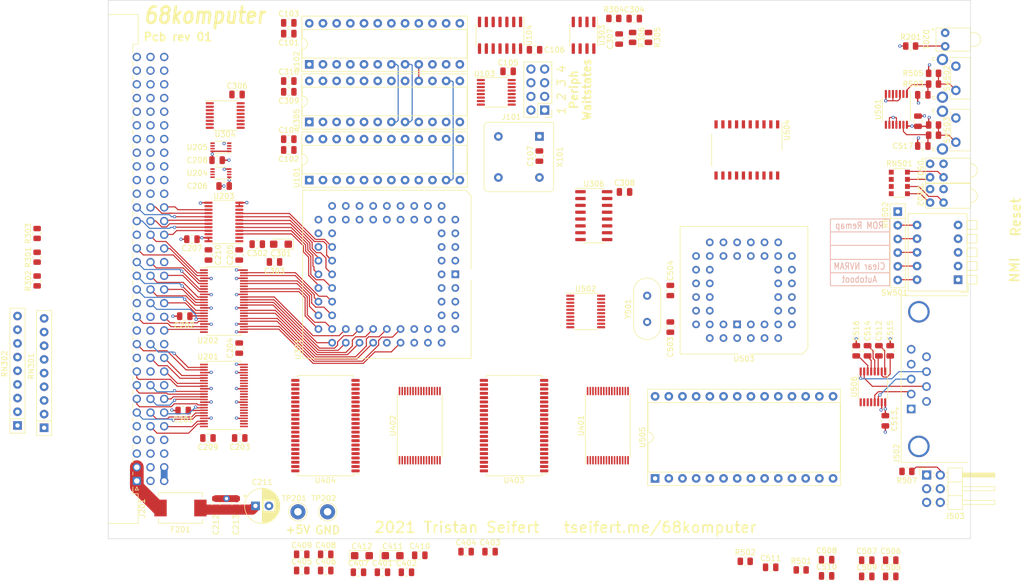
<source format=kicad_pcb>
(kicad_pcb (version 20211014) (generator pcbnew)
  (layers (0 "F.Cu" signal) (1 "In1.Cu" signal) (2 "In2.Cu" signal) (31 "B.Cu" signal) (34 "B.Paste" user) (35 "F.Paste" user) (36 "B.SilkS" user "B.Silkscreen") (37 "F.SilkS" user "F.Silkscreen") (38 "B.Mask" user) (39 "F.Mask" user) (44 "Edge.Cuts" user))
  (net 0 "")
  (net 1 "+5V")
  (net 2 "GND")
  (net 3 "Net-(C304-Pad1)")
  (net 4 "Net-(C307-Pad1)")
  (net 5 "Net-(C503-Pad2)")
  (net 6 "Net-(C504-Pad1)")
  (net 7 "Net-(C512-Pad1)")
  (net 8 "Net-(C512-Pad2)")
  (net 9 "Net-(C514-Pad1)")
  (net 10 "Net-(C514-Pad2)")
  (net 11 "Net-(C515-Pad2)")
  (net 12 "Net-(C516-Pad2)")
  (net 13 "Net-(D501-Pad1)")
  (net 14 "Net-(D501-Pad2)")
  (net 15 "Net-(D502-Pad1)")
  (net 16 "Net-(D502-Pad2)")
  (net 17 "Net-(F201-Pad2)")
  (net 18 "Net-(J101-Pad1)")
  (net 19 "Net-(J101-Pad2)")
  (net 20 "Net-(J101-Pad4)")
  (net 21 "Net-(J101-Pad6)")
  (net 22 "Net-(J101-Pad8)")
  (net 23 "/~{BR}")
  (net 24 "/I2C_SCL")
  (net 25 "/~{IRQ_EXT}")
  (net 26 "/Backplane Connection/BR{slash}~{W}")
  (net 27 "/Backplane Connection/BD0")
  (net 28 "/Backplane Connection/BD1")
  (net 29 "/Backplane Connection/BD2")
  (net 30 "/Backplane Connection/BD3")
  (net 31 "/Backplane Connection/BD4")
  (net 32 "/Backplane Connection/BD5")
  (net 33 "/Backplane Connection/BD6")
  (net 34 "/Backplane Connection/BD7")
  (net 38 "/Backplane Connection/BA1")
  (net 39 "/Backplane Connection/BA3")
  (net 40 "/Backplane Connection/BA8")
  (net 41 "/Backplane Connection/BA11")
  (net 42 "/~{BG}")
  (net 43 "/~{EXT_BERR}")
  (net 44 "/~{RESET}")
  (net 45 "/Backplane Connection/BD8")
  (net 46 "/Backplane Connection/BD9")
  (net 47 "/Backplane Connection/BD10")
  (net 48 "/Backplane Connection/BD11")
  (net 49 "/Backplane Connection/BD12")
  (net 50 "/Backplane Connection/BD13")
  (net 51 "/Backplane Connection/BD14")
  (net 52 "/Backplane Connection/BD15")
  (net 54 "/Backplane Connection/BA5")
  (net 55 "/Backplane Connection/BA7")
  (net 56 "/Backplane Connection/BA10")
  (net 57 "+12V")
  (net 58 "/~{BGACK}")
  (net 59 "/I2C_SDA")
  (net 60 "/~{IACK_EXT}")
  (net 61 "/Backplane Connection/~{BLDS}")
  (net 62 "/Backplane Connection/~{BUDS}")
  (net 63 "/Backplane Connection/~{BAS}")
  (net 64 "/~{DTACK}")
  (net 69 "/Backplane Connection/BA2")
  (net 70 "/Backplane Connection/BA4")
  (net 71 "/Backplane Connection/BA6")
  (net 72 "/Backplane Connection/BA9")
  (net 74 "/Peripherals/RS232_RXD")
  (net 75 "/Peripherals/RS232_TXD")
  (net 78 "/Peripherals/RS232_RTS")
  (net 79 "/Peripherals/RS232_CTS")
  (net 82 "/Peripherals/~{UART_CTS}")
  (net 83 "/Peripherals/UART_TX")
  (net 84 "/Peripherals/UART_RX")
  (net 85 "/Peripherals/~{UART_RTS}")
  (net 86 "Net-(R304-Pad2)")
  (net 87 "/Main CPU/POR")
  (net 88 "Net-(R306-Pad1)")
  (net 89 "/Peripherals/LED3")
  (net 90 "/Peripherals/LED2")
  (net 91 "/Peripherals/LED1")
  (net 92 "/Peripherals/LED0")
  (net 93 "/Peripherals/DIPSW0")
  (net 94 "/Peripherals/DIPSW1")
  (net 95 "/Peripherals/DIPSW2")
  (net 96 "/Peripherals/DIPSW3")
  (net 97 "/ROM_REMAP")
  (net 98 "/~{UDS}")
  (net 99 "/~{LDS}")
  (net 100 "/~{UWE}")
  (net 101 "/R{slash}~{W}")
  (net 102 "/~{LWE}")
  (net 103 "/~{AS}")
  (net 104 "/~{RD}")
  (net 105 "/~{MEM_EN}")
  (net 106 "/~{WR}")
  (net 107 "/~{LOE}")
  (net 108 "/~{UOE}")
  (net 111 "/ABUF_DIR")
  (net 112 "/DBUF_DIR")
  (net 114 "/A23")
  (net 115 "/~{ROM_CS}")
  (net 116 "/A22")
  (net 117 "/~{RAM_CS}")
  (net 118 "/A21")
  (net 119 "/~{DUART_CS}")
  (net 120 "/A20")
  (net 121 "/~{DISP_CS}")
  (net 122 "/A19")
  (net 123 "/~{NVRAM_CS}")
  (net 124 "/A18")
  (net 125 "/~{I2C_CS}")
  (net 126 "/DTACK_FAST")
  (net 127 "/DTACK_SLOW")
  (net 129 "/~{PERIPH}")
  (net 131 "/AS")
  (net 133 "/CLK")
  (net 136 "/Main CPU/~{HALT}")
  (net 142 "/Main CPU/~{VPA}")
  (net 143 "/Main CPU/IPL2")
  (net 145 "/Main CPU/E")
  (net 146 "/Main CPU/~{BERR}")
  (net 147 "/Main CPU/IPL1")
  (net 148 "/Main CPU/FC2")
  (net 149 "/Main CPU/FC0")
  (net 150 "/Main CPU/IPL0")
  (net 151 "/Main CPU/FC1")
  (net 153 "/~{MRES}")
  (net 154 "/Main CPU/AS")
  (net 155 "Net-(U304-Pad2)")
  (net 158 "Net-(U304-Pad12)")
  (net 159 "Net-(U304-Pad10)")
  (net 162 "/Main CPU/BUS_TIMEOUT")
  (net 163 "/~{IACK_I2C}")
  (net 164 "/~{IACK_DUART}")
  (net 165 "/~{IRQ_I2C}")
  (net 166 "/~{IRQ_DUART}")
  (net 167 "/~{NMI}")
  (net 190 "/Peripherals/PD7")
  (net 191 "/Peripherals/PD6")
  (net 192 "/Peripherals/PD5")
  (net 193 "/Peripherals/PD4")
  (net 194 "/Peripherals/PD3")
  (net 195 "/Peripherals/PD2")
  (net 196 "/Peripherals/PD1")
  (net 197 "/Peripherals/PD0")
  (net 198 "/Peripherals/~{TTY_CTS}")
  (net 200 "/Peripherals/~{TTY_RTS}")
  (net 202 "/Peripherals/TTY_TX")
  (net 203 "/Peripherals/TTY_RX")
  (net 208 "Net-(C502-Pad1)")
  (net 209 "Net-(C517-Pad1)")
  (net 210 "Net-(R503-Pad1)")
  (net 211 "Net-(R504-Pad1)")
  (net 215 "/~{EXT}")
  (net 216 "Net-(D201-Pad2)")
  (net 218 "/A12")
  (net 219 "/A10")
  (net 220 "/A9")
  (net 221 "/A14")
  (net 222 "/A15")
  (net 223 "/A17")
  (net 224 "/A16")
  (net 225 "/A13")
  (net 226 "/A8")
  (net 227 "/A7")
  (net 228 "/A6")
  (net 229 "/A5")
  (net 230 "/A4")
  (net 231 "/A3")
  (net 232 "/A2")
  (net 233 "/A1")
  (net 234 "/D0")
  (net 235 "/D1")
  (net 236 "/D2")
  (net 237 "/D3")
  (net 238 "/D4")
  (net 239 "/D5")
  (net 240 "/D6")
  (net 241 "/D7")
  (net 242 "/A11")
  (net 243 "/D8")
  (net 244 "/D9")
  (net 245 "/D10")
  (net 246 "/D11")
  (net 247 "/D12")
  (net 248 "/D13")
  (net 249 "/D14")
  (net 250 "/D15")
  (net 266 "/Backplane Connection/BA14")
  (net 267 "/Backplane Connection/BA12")
  (net 268 "/Backplane Connection/BA16")
  (net 269 "/Backplane Connection/BA13")
  (net 270 "/Backplane Connection/BA15")
  (net 271 "/Backplane Connection/BA18")
  (net 272 "/Backplane Connection/BA20")
  (net 273 "/Backplane Connection/BA17")
  (net 274 "/Backplane Connection/BA21")
  (net 275 "/Backplane Connection/BA22")
  (net 276 "/Backplane Connection/BA23")
  (net 277 "/Backplane Connection/BA19")
  (footprint "Capacitor_SMD:C_0805_2012Metric" (layer "F.Cu") (at 100 48.94 90)
    (fp_text reference "C107")
    (fp_text value "100nF" hide)
  )
  (footprint "Package_SO:SOIC-16_3.9x9.9mm_P1.27mm" (layer "F.Cu") (at 110.1 60)
    (fp_text reference "U306")
    (fp_text value "74HC148")
  )
  (footprint "Capacitor_SMD:C_0805_2012Metric" (layer "F.Cu") (at 75.33 126.23)
    (fp_text reference "C402")
    (fp_text value "4.7µF" hide)
  )
  (footprint "Capacitor_SMD:C_0805_2012Metric" (layer "F.Cu") (at 44.4 101.3 180)
    (fp_text reference "C203")
    (fp_text value "100nF" hide)
  )
  (footprint "Capacitor_SMD:C_0805_2012Metric" (layer "F.Cu") (at 160.9 85.1 90)
    (fp_text reference "C514")
    (fp_text value "1µF" hide)
  )
  (footprint "Connector_DIN:DIN41612_R_3x32_Male_Horizontal_THT" (layer "F.Cu") (at 25.3 109.27 90)
    (fp_text reference "J201")
    (fp_text value "Conn_03x32_Row_Letter_First" hide)
  )
  (footprint "Capacitor_SMD:C_0805_2012Metric" (layer "F.Cu") (at 40.2 49.7)
    (fp_text reference "C208")
    (fp_text value "100nF" hide)
  )
  (footprint "Package_SO:TSSOP-48_6.1x12.5mm_P0.5mm" (layer "F.Cu") (at 41.4625 93.4)
    (fp_text reference "U201")
    (fp_text value "SN74LVCH16T245" hide)
  )
  (footprint "Capacitor_SMD:C_0805_2012Metric" (layer "F.Cu") (at 34.2 78.673889 180)
    (fp_text reference "C202")
    (fp_text value "100nF" hide)
  )
  (footprint "Capacitor_SMD:C_0805_2012Metric" (layer "F.Cu") (at 53.5 45.8 180)
    (fp_text reference "C104")
    (fp_text value "100nF" hide)
  )
  (footprint "Capacitor_SMD:C_0805_2012Metric" (layer "F.Cu") (at 160.75 127)
    (fp_text reference "C509")
    (fp_text value "4.7µF" hide)
  )
  (footprint "Resistor_SMD:R_0805_2012Metric" (layer "F.Cu") (at 173.15 33.5625)
    (fp_text reference "R505")
    (fp_text value "10k" hide)
  )
  (footprint "Capacitor_SMD:C_0805_2012Metric" (layer "F.Cu") (at 38.5 101.3 180)
    (fp_text reference "C209")
    (fp_text value "4.7µF" hide)
  )
  (footprint "Capacitor_SMD:C_0805_2012Metric" (layer "F.Cu") (at 153.3 126.91)
    (fp_text reference "C510")
    (fp_text value "100nF" hide)
  )
  (footprint "Button_Switch_THT:SW_Tactile_SPST_Angled_PTS645Vx83-2LFS" (layer "F.Cu") (at 177.2875 32.2375 -90)
    (fp_text reference "SW502")
    (fp_text value "Blue")
  )
  (footprint "Capacitor_SMD:C_0805_2012Metric" (layer "F.Cu") (at 99.1 29.2)
    (fp_text reference "C106")
    (fp_text value "100nF" hide)
  )
  (footprint "Resistor_SMD:R_0805_2012Metric" (layer "F.Cu") (at 168.9 28.5)
    (fp_text reference "R201")
    (fp_text value "1k5" hide)
  )
  (footprint "Crystal:Crystal_HC49-4H_Vertical" (layer "F.Cu") (at 120 79.75 90)
    (fp_text reference "Y501")
    (fp_text value "3.6864MHz")
  )
  (footprint "Package_SO:TSSOP-48_6.1x12.5mm_P0.5mm" (layer "F.Cu") (at 41.4625 75.873889)
    (fp_text reference "U202")
    (fp_text value "SN74LVCH16T245" hide)
  )
  (footprint "Capacitor_THT:CP_Radial_D6.3mm_P2.50mm" (layer "F.Cu") (at 47.317621 113.9)
    (fp_text reference "C211")
    (fp_text value "47µF" hide)
  )
  (footprint "Package_SO:TSSOP-16_4.4x5mm_P0.65mm" (layer "F.Cu") (at 41.7 41.4)
    (fp_text reference "U304")
    (fp_text value "74HC175")
  )
  (footprint "Resistor_THT:R_Array_SIP6" (layer "F.Cu") (at 166.5 59.25 -90)
    (fp_text reference "RN502")
    (fp_text value "R_Network05" hide)
  )
  (footprint "Package_SO:TSOP-I-32_11.8x8mm_P0.5mm" (layer "F.Cu") (at 112.7 99 90)
    (fp_text reference "U401")
    (fp_text value "SST39SF040-55-4C" hide)
  )
  (footprint "Capacitor_SMD:C_0805_2012Metric" (layer "F.Cu") (at 44.3 84.6 -90)
    (fp_text reference "C204")
    (fp_text value "100nF" hide)
  )
  (footprint "Capacitor_SMD:C_0805_2012Metric" (layer "F.Cu") (at 33.9 96.2 180)
    (fp_text reference "C201")
    (fp_text value "100nF" hide)
  )
  (footprint "Resistor_SMD:R_0805_2012Metric" (layer "F.Cu") (at 148.58 125.8)
    (fp_text reference "R501")
    (fp_text value "4k7" hide)
  )
  (footprint "Capacitor_SMD:C_0805_2012Metric" (layer "F.Cu") (at 60.35 125.91)
    (fp_text reference "C406")
    (fp_text value "4.7µF" hide)
  )
  (footprint "Capacitor_SMD:C_0805_2012Metric" (layer "F.Cu") (at 55.9 122.9)
    (fp_text reference "C409")
    (fp_text value "100nF" hide)
  )
  (footprint "TestPoint:TestPoint_Loop_D2.60mm_Drill1.4mm_Beaded" (layer "F.Cu") (at 60.7 115 180)
    (fp_text reference "TP202")
    (fp_text value "TestPoint")
  )
  (footprint "Capacitor_SMD:C_0805_2012Metric" (layer "F.Cu") (at 38.6 67.3 -90)
    (fp_text reference "C210")
    (fp_text value "4.7µF" hide)
  )
  (footprint "Resistor_THT:R_Array_SIP9" (layer "F.Cu") (at 3.16 98.965 90)
    (fp_text reference "RN302")
    (fp_text value "10k" hide)
  )
  (footprint "Capacitor_SMD:C_0805_2012Metric" (layer "F.Cu") (at 53.5 37 180)
    (fp_text reference "C309")
    (fp_text value "4.7µF" hide)
  )
  (footprint "TestPoint:TestPoint_Loop_D2.60mm_Drill1.4mm_Beaded" (layer "F.Cu") (at 55.2 115 180)
    (fp_text reference "TP201")
    (fp_text value "TestPoint")
  )
  (footprint "Resistor_SMD:R_0805_2012Metric" (layer "F.Cu") (at 6.8 63.31 90)
    (fp_text reference "R303")
    (fp_text value "10k" hide)
  )
  (footprint "Capacitor_SMD:C_0805_2012Metric" (layer "F.Cu") (at 53.5 47.8 180)
    (fp_text reference "C102")
    (fp_text value "4.7µF" hide)
  )
  (footprint "Package_LCC:PLCC-44_THT-Socket" (layer "F.Cu") (at 136.7 80.2 180)
    (fp_text reference "U503")
    (fp_text value "XR68C681")
  )
  (footprint "Package_DIP:DIP-28_W15.24mm_Socket" (layer "F.Cu") (at 121.475 108.8 90)
    (fp_text reference "U505")
    (fp_text value "DS1744")
  )
  (footprint "Capacitor_SMD:C_0805_2012Metric" (layer "F.Cu") (at 94.2 33.2 180)
    (fp_text reference "C105")
    (fp_text value "100nF" hide)
  )
  (footprint "Capacitor_SMD:C_0805_2012Metric" (layer "F.Cu") (at 60.35 122.9)
    (fp_text reference "C408")
    (fp_text value "100nF" hide)
  )
  (footprint "Resistor_SMD:R_Array_Convex_4x1206" (layer "F.Cu") (at 166.8 53.925 180)
    (fp_text reference "RN501")
    (fp_text value "1k5" hide)
  )
  (footprint "Capacitor_Tantalum_SMD:CP_EIA-3216-18_Kemet-A" (layer "F.Cu") (at 52.05 65.3 180)
    (fp_text reference "C301")
    (fp_text value "10µF" hide)
  )
  (footprint "Capacitor_SMD:C_0805_2012Metric" (layer "F.Cu") (at 55.9 125.91)
    (fp_text reference "C405")
    (fp_text value "4.7µF" hide)
  )
  (footprint "Resistor_SMD:R_0805_2012Metric" (layer "F.Cu") (at 113.81 23.37)
    (fp_text reference "R304")
    (fp_text value "1k" hide)
  )
  (footprint "Capacitor_SMD:C_0805_2012Metric" (layer "F.Cu") (at 53.5 26.2 180)
    (fp_text reference "C101")
    (fp_text value "4.7µF" hide)
  )
  (footprint "Capacitor_SMD:C_0805_2012Metric" (layer "F.Cu") (at 142.92 125.31)
    (fp_text reference "C511")
    (fp_text value "10µF" hide)
  )
  (footprint "Fuse:Fuse_Bourns_MF-SM_7.98x5.44mm" (layer "F.Cu") (at 33.4 114.3 180)
    (fp_text reference "F201")
    (fp_text value "1.1A")
  )
  (footprint "Capacitor_SMD:C_0805_2012Metric" (layer "F.Cu") (at 77.81 123.08)
    (fp_text reference "C410")
    (fp_text value "100nF" hide)
  )
  (footprint "Package_LCC:PLCC-68_THT-Socket" (layer "F.Cu") (at 84.4 70.9 -90)
    (fp_text reference "U301")
    (fp_text value "MC68000FN")
  )
  (footprint "Capacitor_SMD:C_0805_2012Metric" (layer "F.Cu") (at 170.25 42.4625 90)
    (fp_text reference "C501" hide)
    (fp_text value "100nF" hide)
  )
  (footprint "Button_Switch_THT:SW_Tactile_SPST_Angled_PTS645Vx83-2LFS" (layer "F.Cu") (at 177.2875 41.8625 -90)
    (fp_text reference "SW503")
    (fp_text value "Black")
  )
  (footprint "Capacitor_SMD:C_0805_2012Metric" (layer "F.Cu") (at 117.6 23.4)
    (fp_text reference "C304")
    (fp_text value "1µF" hide)
  )
  (footprint "Capacitor_SMD:C_0805_2012Metric" (layer "F.Cu") (at 124.3 80.7 90)
    (fp_text reference "C503")
    (fp_text value "18pF" hide)
  )
  (footprint "Capacitor_SMD:C_0805_2012Metric" (layer "F.Cu") (at 66.43 126.23)
    (fp_text reference "C407")
    (fp_text value "100nF" hide)
  )
  (footprint "Capacitor_SMD:C_0805_2012Metric" (layer "F.Cu") (at 163 85.1 90)
    (fp_text reference "C512")
    (fp_text value "1µF" hide)
  )
  (footprint "Package_SO:TSSOP-16_4.4x5mm_P0.65mm" (layer "F.Cu") (at 92 37.1)
    (fp_text reference "U103")
    (fp_text value "74HC175")
  )
  (footprint "Package_SO:TSOP-I-32_11.8x8mm_P0.5mm" (layer "F.Cu") (at 77.8 99 90)
    (fp_text reference "U402")
    (fp_text value "SST39SF040-55-4C" hide)
  )
  (footprint "Capacitor_SMD:C_0805_2012Metric" (layer "F.Cu") (at 124.3 73.9 90)
    (fp_text reference "C504")
    (fp_text value "18pF" hide)
  )
  (footprint "Capacitor_SMD:C_0805_2012Metric" (layer "F.Cu") (at 165.1 85.1 -90)
    (fp_text reference "C515")
    (fp_text value "1µF" hide)
  )
  (footprint "Capacitor_SMD:C_0805_2012Metric" (layer "F.Cu") (at 158.8 85.1 -90)
    (fp_text reference "C516")
    (fp_text value "1µF" hide)
  )
  (footprint "Connector_Dsub:DSUB-9_Male_Horizontal_P2.77x2.84mm_EdgePinOffset7.70mm_Housed_MountingHolesOffset9.12mm" (layer "F.Cu") (at 169 95.9 90)
    (fp_text reference "J502")
    (fp_text value "DB9_Male_MountingHoles" hide)
  )
  (footprint "Capacitor_SMD:C_0805_2012Metric" (layer "F.Cu") (at 164.2 98.1 -90)
    (fp_text reference "C513")
    (fp_text value "100nF" hide)
  )
  (footprint "Resistor_SMD:R_0805_2012Metric" (layer "F.Cu") (at 168.2 107.5)
    (fp_text reference "R507")
    (fp_text value "10k" hide)
  )
  (footprint "Package_SO:TSSOP-14_4.4x5mm_P0.65mm" (layer "F.Cu") (at 166.25 40.2625 -90)
    (fp_text reference "U501")
    (fp_text value "74HC14" hide)
  )
  (footprint "Capacitor_SMD:C_0805_2012Metric" (layer "F.Cu") (at 53.5 24.2 180)
    (fp_text reference "C103")
    (fp_text value "100nF" hide)
  )
  (footprint "Connector_PinHeader_2.54mm:PinHeader_2x04_P2.54mm_Vertical" (layer "F.Cu") (at 100.975 40.4 180)
    (fp_text reference "J101")
    (fp_text value "Conn_02x04_Odd_Even" hide)
  )
  (footprint "Capacitor_SMD:C_0805_2012Metric" (layer "F.Cu") (at 41.5 54.5 180)
    (fp_text reference "C206")
    (fp_text value "100nF" hide)
  )
  (footprint "Capacitor_SMD:C_0805_2012Metric" (layer "F.Cu") (at 47.65 65.3 180)
    (fp_text reference "C302")
    (fp_text value "100nF" hide)
  )
  (footprint "Package_SO:TSSOP-20_4.4x6.5mm_P0.65mm" (layer "F.Cu") (at 108.6 77.8)
    (fp_text reference "U502")
    (fp_text value "74HC245")
  )
  (footprint "Capacitor_SMD:C_0805_2012Metric" (layer "F.Cu") (at 171.15 37.5625 180)
    (fp_text reference "C502" hide)
    (fp_text value "10µF" hide)
  )
  (footprint "Resistor_SMD:R_0805_2012Metric" (layer "F.Cu") (at 138.2 124.2)
    (fp_text reference "R502")
    (fp_text value "4k7" hide)
  )
  (footprint "Package_SO:TSSOP-24_4.4x7.8mm_P0.65mm" (layer "F.Cu") (at 41.4625 61.173889 180)
    (fp_text reference "U203")
    (fp_text value "SN74LXC8T245" hide)
  )
  (footprint "Package_SO:VSSOP-8_2.3x2mm_P0.5mm" (layer "F.Cu") (at 40.9 47.3 180)
    (fp_text reference "U205")
    (fp_text value "SN74LVC2T45" hide)
  )
  (footprint "Capacitor_SMD:C_0805_2012Metric" (layer "F.Cu") (at 44.3 67.3 -90)
    (fp_text reference "C205")
    (fp_text value "100nF" hide)
  )
  (footprint "Resistor_SMD:R_0805_2012Metric" (layer "F.Cu") (at 6.8 72.13 90)
    (fp_text reference "R302")
    (fp_text value "10k" hide)
  )
  (footprint "Button_Switch_THT:SW_DIP_SPSTx05_Piano_10.8x14.26mm_W7.62mm_P2.54mm" (layer "F.Cu") (at 177.7 71.9 180)
    (fp_text reference "SW501")
    (fp_text value "SW_DIP_x05" hide)
  )
  (footprint "68komputer-common:H201Cxx" (layer "F.Cu") (at 180 56.325 -90)
    (fp_text reference "D502")
    (fp_text value "G/G")
  )
  (footprint "Capacitor_SMD:C_0805_2012Metric" (layer "F.Cu") (at 90.85 122.4)
    (fp_text reference "C403")
    (fp_text value "100nF" hide)
  )
  (footprint "Package_SO:SOIC-8_3.9x4.9mm_P1.27mm" (layer "F.Cu") (at 108.2 26.5 -90)
    (fp_text reference "U303")
    (fp_text value "TL7733B")
  )
  (footprint "Package_SO:VSSOP-8_2.3x2mm_P0.5mm" (layer "F.Cu") (at 40.9 52.1 180)
    (fp_text reference "U204")
    (fp_text value "SN74LVC2T45" hide)
  )
  (footprint "Package_DIP:DIP-24_W7.62mm_Socket" (layer "F.Cu") (at 57.3 31.9 90)
    (fp_text reference "U102")
    (fp_text value "ATF22V10C")
  )
  (footprint "68komputer-common:H100Cxx" (layer "F.Cu") (at 180 27.3 -90)
    (fp_text reference "D201")
    (fp_text value "Grn")
  )
  (footprint "68komputer-common:H201Cxx" (layer "F.Cu") (at 180 51.625 -90)
    (fp_text reference "D501")
    (fp_text value "R/G")
  )
  (footprint "Resistor_THT:R_Array_SIP9" (layer "F.Cu") (at 8.1 99.4 90)
    (fp_text reference "RN301")
    (fp_text value "10k" hide)
  )
  (footprint "Capacitor_SMD:C_0805_2012Metric" (layer "F.Cu") (at 53.5 35 180)
    (fp_text reference "C310")
    (fp_text value "100nF" hide)
  )
  (footprint "Package_DIP:DIP-24_W7.62mm_Socket" (layer "F.Cu") (at 57.3 42.6 90)
    (fp_text reference "U305")
    (fp_text value "ATF22V10C")
  )
  (footprint "Capacitor_SMD:C_0805_2012Metric" (layer "F.Cu") (at 165.2 127)
    (fp_text reference "C505")
    (fp_text value "4.7µF" hide)
  )
  (footprint "Package_SO:TSSOP-16_4.4x5mm_P0.65mm" (layer "F.Cu") (at 161.9 91.8 -90)
    (fp_text reference "U506")
    (fp_text value "MAX202")
  )
  (footprint "Capacitor_Tantalum_SMD:CP_EIA-3216-18_Kemet-A" (layer "F.Cu") (at 67.075 123.15)
    (fp_text reference "C412")
    (fp_text value "10µF" hide)
  )
  (footprint "Package_SO:SO-20_12.8x7.5mm_P1.27mm" (layer "F.Cu") (at 138.5 47.8 -90)
    (fp_text reference "U504")
    (fp_text value "PCF8584")
  )
  (footprint "Capacitor_SMD:C_0805_2012Metric" (layer "F.Cu") (at 115.8 55.6)
    (fp_text reference "C308")
    (fp_text value "100nF" hide)
  )
  (footprint "Capacitor_SMD:C_0805_2012Metric" (layer "F.Cu") (at 160.75 123.99)
    (fp_text reference "C507")
    (fp_text value "100nF" hide)
  )
  (footprint "Package_SO:TSOP-II-44_10.16x18.41mm_P0.8mm" (layer "F.Cu") (at 60.3 99 180)
    (fp_text reference "U404")
    (fp_text value "IS61C5128AL-10TLI")
  )
  (footprint "Capacitor_SMD:C_0805_2012Metric" (layer "F.Cu") (at 35.525195 64.373889 180)
    (fp_text reference "C207")
    (fp_text value "100nF" hide)
  )
  (footprint "Capacitor_SMD:C_0805_2012Metric" (layer "F.Cu") (at 114.8 27.2 90)
    (fp_text reference "C307")
    (fp_text value "100nF" hide)
  )
  (footprint "Capacitor_SMD:C_0805_2012Metric" (layer "F.Cu") (at 171.15 47.0625 180)
    (fp_text reference "C517")
    (fp_text value "10µF" hide)
  )
  (footprint "Resistor_SMD:R_0805_2012Metric" (layer "F.Cu") (at 117.3 26.9 -90)
    (fp_text reference "R306")
    (fp_text value "10k" hide)
  )
  (footprint "Capacitor_SMD:C_0805_2012Metric" (layer "F.Cu") (at 70.88 126.23)
    (fp_text reference "C401")
    (fp_text value "4.7µF" hide)
  )
  (footprint "Connector_PinHeader_2.54mm:PinHeader_2x03_P2.54mm_Horizontal" (layer "F.Cu") (at 171.86 108.175)
    (fp_text reference "J503")
    (fp_text value "Conn_02x03_Odd_Even" hide)
  )
  (footprint "Package_SO:TSOP-II-44_10.16x18.41mm_P0.8mm" (layer "F.Cu") (at 95.3 99 180)
    (fp_text reference "U403")
    (fp_text value "IS61C5128AL-10TLI")
  )
  (footprint "Capacitor_SMD:C_0805_2012Metric" (layer "F.Cu") (at 50.85 68.6 180)
    (fp_text reference "C303")
    (fp_text value "100nF" hide)
  )
  (footprint "Capacitor_SMD:C_0805_2012Metric" (layer "F.Cu") (at 165.2 123.99)
    (fp_text reference "C506")
    (fp_text value "100nF" hide)
  )
  (footprint "Resistor_SMD:R_0805_2012Metric" (layer "F.Cu") (at 173.15 45.0625 180)
    (fp_text reference "R504" hide)
    (fp_text value "100R" hide)
  )
  (footprint "Resistor_SMD:R_0805_2012Metric" (layer "F.Cu") (at 120.25 26.9 -90)
    (fp_text reference "R305")
    (fp_text value "10k" hide)
  )
  (footprint "Oscillator:Oscillator_DIP-8" (layer "F.Cu") (at 100.01 45.29 180)
    (fp_text reference "X101")
    (fp_text value "10MHz")
  )
  (footprint "Capacitor_SMD:C_0805_2012Metric" (layer "F.Cu") (at 40 113.5 90)
    (fp_text reference "C212")
    (fp_text value "1µF" hide)
  )
  (footprint "Capacitor_SMD:C_0805_2012Metric" (layer "F.Cu") (at 43.7 113.5 90)
    (fp_text reference "C213")
    (fp_text value "100nF" hide)
  )
  (footprint "Resistor_SMD:R_0805_2012Metric" (layer "F.Cu") (at 6.8 67.72 90)
    (fp_text reference "R301")
    (fp_text value "1k" hide)
  )
  (footprint "Package_DIP:DIP-24_W7.62mm_Socket" (layer "F.Cu") (at 57.3 53.4 90)
    (fp_text reference "U101")
    (fp_text value "ATF22V10C")
  )
  (footprint "Resistor_SMD:R_0805_2012Metric" (layer "F.Cu") (at 173.15 35.5625 180)
    (fp_text reference "R503")
    (fp_text value "100R" hide)
  )
  (footprint "Capacitor_Tantalum_SMD:CP_EIA-3216-18_Kemet-A" (layer "F.Cu") (at 72.765 123.15)
    (fp_text reference "C411")
    (fp_text value "10µF" hide)
  )
  (footprint "Package_SO:SOIC-14_3.9x8.7mm_P1.27mm" (layer "F.Cu") (at 92.7 26.5 -90)
    (fp_text reference "U104")
    (fp_text value "74HC05")
  )
  (footprint "Capacitor_SMD:C_0805_2012Metric" (layer "F.Cu") (at 153.3 123.9)
    (fp_text reference "C508")
    (fp_text value "100nF" hide)
  )
  (footprint "Capacitor_SMD:C_0805_2012Metric" (layer "F.Cu") (at 86.4 122.4)
    (fp_text reference "C404")
    (fp_text value "100nF" hide)
  )
  (footprint "Capacitor_SMD:C_0805_2012Metric" (layer "F.Cu") (at 43.9 37.5 180)
    (fp_text reference "C306")
    (fp_text value "100nF" hide)
  )
  (footprint "Resistor_SMD:R_0805_2012Metric" (layer "F.Cu") (at 173.15 43.1625)
    (fp_text reference "R506" hide)
    (fp_text value "10k" hide)
  )
  (gr_line (start 165 63.025) (end 154.1 63.025) (layer "B.SilkS") (width 0.15))
  (gr_line (start 154 73) (end 154 60.6) (layer "B.SilkS") (width 0.15))
  (gr_line (start 165 60.625) (end 165 73.025) (layer "B.SilkS") (width 0.15))
  (gr_line (start 165 73.025) (end 154.1 73.025) (layer "B.SilkS") (width 0.15))
  (gr_line (start 164.95 70.625) (end 154.05 70.625) (layer "B.SilkS") (width 0.15))
  (gr_line (start 164.95 68.125) (end 154.05 68.125) (layer "B.SilkS") (width 0.15))
  (gr_line (start 165 60.625) (end 154.1 60.625) (layer "B.SilkS") (width 0.15))
  (gr_line (start 164.95 65.525) (end 154.05 65.525) (layer "B.SilkS") (width 0.15))
  (gr_line (start 20 20) (end 180 20) (layer "Edge.Cuts") (width 0.1))
  (gr_line (start 180 20) (end 180 120) (layer "Edge.Cuts") (width 0.1))
  (gr_line (start 20 120) (end 20 20) (layer "Edge.Cuts") (width 0.1))
  (gr_line (start 180 120) (end 20 120) (layer "Edge.Cuts") (width 0.1))
  (gr_text "Autoboot" (at 159.4 71.825) (layer "B.SilkS") (effects (font (size 1.25 1)) (justify mirror)))
  (gr_text "Clear NVRAM" (at 159.4 69.4) (layer "B.SilkS") (effects (font (size 1.25 1)) (justify mirror)))
  (gr_text "ROM Remap" (at 159.4 61.825) (layer "B.SilkS") (effects (font (size 1.25 1)) (justify mirror)))
  (gr_text "NMI" (at 188.2 70.1 90) (layer "F.SilkS") (effects (font (size 1.74 1.74) (thickness 0.3))))
  (gr_text "Periph\nWaitstates" (at 107.6 36.6 90) (layer "F.SilkS") (effects (font (size 1.5 1.5) (thickness 0.3))))
  (gr_text "1 2 3 4" (at 104.1 36.7 90) (layer "F.SilkS") (effects (font (size 1.5 1.5) (thickness 0.2) italic)))
  (gr_text "+5V" (at 55.2 118.3) (layer "F.SilkS") (effects (font (size 1.5 1.5) (thickness 0.25))))
  (gr_text "Pcb rev 01" (at 26.4 26.8) (layer "F.SilkS") (effects (font (size 1.5 1.5) (thickness 0.3)) (justify left)))
  (gr_text "Reset" (at 188.4 60.3 90) (layer "F.SilkS") (effects (font (size 1.74 1.74) (thickness 0.3))))
  (gr_text "68komputer" (at 26.4 22.8) (layer "F.SilkS") (effects (font (size 3 2.54) (thickness 0.5) italic) (justify left)))
  (gr_text "GND" (at 60.7 118.4) (layer "F.SilkS") (effects (font (size 1.5 1.5) (thickness 0.25))))
  (gr_text "2021 Tristan Seifert   tseifert.me/68komputer" (at 69.2 117.9) (layer "F.SilkS") (effects (font (size 2 2) (thickness 0.3)) (justify left)))
  (segment (start 164.2 96.1) (end 164.2 95.9) (width 0.254) (layer "F.Cu") (net 1))
  (segment (start 42.410891 48.048391) (end 39.348391 48.048391) (width 0.254) (layer "F.Cu") (net 1))
  (segment (start 38.6 64.098889) (end 38.6 64.473889) (width 0.254) (layer "F.Cu") (net 1))
  (segment (start 172 43.4125) (end 172.25 43.1625) (width 0.254) (layer "F.Cu") (net 1))
  (segment (start 164.2 96.1) (end 164.2 94.7) (width 0.254) (layer "F.Cu") (net 1))
  (segment (start 38.6 64.111389) (end 38.5625 64.073889) (width 0.2032) (layer "F.Cu") (net 1))
  (segment (start 172.2375 33.5625) (end 172.2375 32.175) (width 0.254) (layer "F.Cu") (net 1))
  (segment (start 38.6 64.473889) (end 38.6 64.773889) (width 0.254) (layer "F.Cu") (net 1))
  (segment (start 172.35 32.05) (end 172.4 32) (width 0.254) (layer "F.Cu") (net 1))
  (segment (start 38.6 64.098889) (end 37.525 64.098889) (width 0.254) (layer "F.Cu") (net 1))
  (segment (start 37.4 114.6) (end 46.7 114.6) (width 1.8796) (layer "F.Cu") (net 1))
  (segment (start 172.2375 43.1625) (end 172.2375 41.875) (width 0.254) (layer "F.Cu") (net 1))
  (segment (start 46.7 114.6) (end 47.2 114.1) (width 1.8796) (layer "F.Cu") (net 1))
  (segment (start 170.25 43.4125) (end 172 43.4125) (width 0.254) (layer "F.Cu") (net 1))
  (segment (start 42.45 54.5) (end 42.45 53.5125) (width 0.254) (layer "F.Cu") (net 1))
  (segment (start 172.35 32.0625) (end 172.35 32.05) (width 0.254) (layer "F.Cu") (net 1))
  (segment (start 39.310891 49.485891) (end 39.298391 49.498391) (width 0.254) (layer "F.Cu") (net 1))
  (segment (start 35.25 78.623889) (end 35.2 78.673889) (width 0.2032) (layer "F.Cu") (net 1))
  (segment (start 167.9875 28.5) (end 166.9 28.5) (width 0.2032) (layer "F.Cu") (net 1))
  (segment (start 164.2 97.05) (end 164.2 96.1) (width 0.254) (layer "F.Cu") (net 1))
  (segment (start 168.2 43.125) (end 168.4375 43.3625) (width 0.254) (layer "F.Cu") (net 1))
  (segment (start 37.525 64.098889) (end 37.375 64.098889) (width 0.254) (layer "F.Cu") (net 1))
  (segment (start 36.675 64.098889) (end 36.4 64.373889) (width 0.254) (layer "F.Cu") (net 1))
  (segment (start 172.2375 32.175) (end 172.35 32.0625) (width 0.254) (layer "F.Cu") (net 1))
  (segment (start 35.17652 96.17348) (end 37.8 96.17348) (width 0.254) (layer "F.Cu") (net 1))
  (segment (start 42.45 53.5125) (end 42.45 53.3875) (width 0.254) (layer "F.Cu") (net 1))
  (segment (start 37.75 78.623889) (end 35.25 78.623889) (width 0.254) (layer "F.Cu") (net 1))
  (segment (start 172.2375 41.875) (end 172.35 41.7625) (width 0.254) (layer "F.Cu") (net 1))
  (segment (start 37.1 114.3) (end 37.4 114.6) (width 1.8796) (layer "F.Cu") (net 1))
  (segment (start 168.4375 43.3625) (end 170.25 43.3625) (width 0.254) (layer "F.Cu") (net 1))
  (segment (start 39.348391 48.048391) (end 39.298391 48.098391) (width 0.254) (layer "F.Cu") (net 1))
  (segment (start 39.310891 48.048391) (end 39.310891 49.485891) (width 0.254) (layer "F.Cu") (net 1))
  (segment (start 37.525 64.098889) (end 36.675 64.098889) (width 0.254) (layer "F.Cu") (net 1))
  (segment (start 42.45 53.5125) (end 42.45 53.0125) (width 0.254) (layer "F.Cu") (net 1))
  (via (at 37.375 64.098889) (size 0.6) (drill 0.3) (layers "F.Cu" "B.Cu") (net 1))
  (via (at 42.45 53.3875) (size 0.6) (drill 0.3) (layers "F.Cu" "B.Cu") (net 1))
  (via (at 166.9 28.5) (size 0.6) (drill 0.3) (layers "F.Cu" "B.Cu") (net 1))
  (via (at 164.2 95.9) (size 0.6) (drill 0.3) (layers "F.Cu" "B.Cu") (net 1))
  (via (at 172.35 41.7625) (size 0.6) (drill 0.3) (layers "F.Cu" "B.Cu") (net 1))
  (via (at 172.4 32) (size 0.6) (drill 0.3) (layers "F.Cu" "B.Cu") (net 1))
  (via (at 39.310891 48.585891) (size 0.6) (drill 0.3) (layers "F.Cu" "B.Cu") (net 1))
  (via (at 169.15 43.3625) (size 0.6) (drill 0.3) (layers "F.Cu" "B.Cu") (net 1))
  (segment (start 45.175 81.623889) (end 43.85 81.623889) (width 0.254) (layer "F.Cu") (net 2))
  (segment (start 166.9 37.4) (end 166.9 38.3125) (width 0.2032) (layer "F.Cu") (net 2))
  (segment (start 39.05 92.15) (end 39.1 92.1) (width 0.254) (layer "F.Cu") (net 2))
  (segment (start 165.6 38.6125) (end 165.55 38.6625) (width 0.2032) (layer "F.Cu") (net 2))
  (segment (start 42.45 51.35) (end 41.5875 51.35) (width 0.254) (layer "F.Cu") (net 2))
  (segment (start 43.85 92.15) (end 43.8 92.1) (width 0.254) (layer "F.Cu") (net 2))
  (segment (start 45.175 77.123889) (end 43.85 77.123889) (width 0.254) (layer "F.Cu") (net 2))
  (segment (start 171.4 41.5125) (end 171.45 41.4625) (width 0.254) (layer "F.Cu") (net 2))
  (segment (start 33.25 78.673889) (end 32 78.673889) (width 0.254) (layer "F.Cu") (net 2))
  (segment (start 39.05 80.123889) (end 39.1 80.173889) (width 0.254) (layer "F.Cu") (net 2))
  (segment (start 45.175 87.65) (end 43.85 87.65) (width 0.254) (layer "F.Cu") (net 2))
  (segment (start 43.85 89.15) (end 43.8 89.1) (width 0.254) (layer "F.Cu") (net 2))
  (segment (start 38.6 57.598889) (end 37.175 57.598889) (width 0.254) (layer "F.Cu") (net 2))
  (segment (start 37.75 74.623889) (end 39.05 74.623889) (width 0.254) (layer "F.Cu") (net 2))
  (segment (start 170.2 45.7125) (end 170.35 45.5625) (width 0.254) (layer "F.Cu") (net 2))
  (segment (start 165.55 38.6625) (end 164.25 38.6625) (width 0.2032) (layer "F.Cu") (net 2))
  (segment (start 39.05 71.623889) (end 39.1 71.673889) (width 0.254) (layer "F.Cu") (net 2))
  (segment (start 45.175 97.65) (end 43.85 97.65) (width 0.254) (layer "F.Cu") (net 2))
  (segment (start 32.95 96.2) (end 31.905011 96.2) (width 0.254) (layer "F.Cu") (net 2))
  (segment (start 39.05 74.623889) (end 39.1 74.673889) (width 0.254) (layer "F.Cu") (net 2))
  (segment (start 170.2 37.5625) (end 170.2 38.9125) (width 0.254) (layer "F.Cu") (net 2))
  (segment (start 43.85 80.123889) (end 43.8 80.173889) (width 0.254) (layer "F.Cu") (net 2))
  (segment (start 43.85 97.65) (end 43.8 97.6) (width 0.254) (layer "F.Cu") (net 2))
  (segment (start 164.2 98.95) (end 164.2 100.2) (width 0.254) (layer "F.Cu") (net 2))
  (segment (start 39.05 89.15) (end 39.1 89.1) (width 0.254) (layer "F.Cu") (net 2))
  (segment (start 165.75 41.7625) (end 165.65 41.7625) (width 0.2032) (layer "F.Cu") (net 2))
  (segment (start 45.175 74.623889) (end 43.85 74.623889) (width 0.254) (layer "F.Cu") (net 2))
  (segment (start 166.55 38.6625) (end 165.55 38.6625) (width 0.2032) (layer "F.Cu") (net 2))
  (segment (start 40 112.55) (end 43.75 112.55) (width 1.27) (layer "F.Cu") (net 2))
  (segment (start 37.75 94.65) (end 39.05 94.65) (width 0.254) (layer "F.Cu") (net 2))
  (segment (start 165.1 84.15) (end 165.1 82.9) (width 0.254) (layer "F.Cu") (net 2))
  (segment (start 39.05 77.123889) (end 39.1 77.173889) (width 0.254) (layer "F.Cu") (net 2))
  (segment (start 37.75 92.15) (end 39.05 92.15) (width 0.254) (layer "F.Cu") (net 2))
  (segment (start 45.175 70.123889) (end 43.95 70.123889) (width 0.254) (layer "F.Cu") (net 2))
  (segment (start 45.175 89.15) (end 43.85 89.15) (width 0.254) (layer "F.Cu") (net 2))
  (segment (start 45.175 71.623889) (end 43.85 71.623889) (width 0.254) (layer "F.Cu") (net 2))
  (segment (start 164.95 41.8625) (end 165.05 41.7625) (width 0.2032) (layer "F.Cu") (net 2))
  (segment (start 164.3 37.4) (end 164.3 38.6125) (width 0.254) (layer "F.Cu") (net 2))
  (segment (start 165.6 37.4) (end 165.6 38.6125) (width 0.2032) (layer "F.Cu") (net 2))
  (segment (start 45.175 92.15) (end 43.85 92.15) (width 0.254) (layer "F.Cu") (net 2))
  (segment (start 165.75 41.7625) (end 166.15 41.7625) (width 0.2032) (layer "F.Cu") (net 2))
  (segment (start 43.75 112.55) (end 43.8 112.6) (width 1.27) (layer "F.Cu") (net 2))
  (segment (start 43.85 74.623889) (end 43.8 74.673889) (width 0.254) (layer "F.Cu") (net 2))
  (segment (start 166.25 41.8625) (end 166.25 43.0625) (width 0.2032) (layer "F.Cu") (net 2))
  (segment (start 43.85 77.123889) (end 43.8 77.173889) (width 0.254) (layer "F.Cu") (net 2))
  (segment (start 37.75 97.65) (end 39.05 97.65) (width 0.254) (layer "F.Cu") (net 2))
  (segment (start 43.85 94.65) (end 43.8 94.6) (width 0.254) (layer "F.Cu") (net 2))
  (segment (start 45.675 57.598889) (end 45.7 57.573889) (width 0.254) (layer "F.Cu") (net 2))
  (segment (start 41.5875 51.35) (end 41.5375 51.4) (width 0.254) (layer "F.Cu") (net 2))
  (segment (start 39.05 97.65) (end 39.1 97.6) (width 0.254) (layer "F.Cu") (net 2))
  (segment (start 170.25 41.5125) (end 171.4 41.5125) (width 0.254) (layer "F.Cu") (net 2))
  (segment (start 37.75 77.123889) (end 39.05 77.123889) (width 0.254) (layer "F.Cu") (net 2))
  (segment (start 45.175 94.65) (end 43.85 94.65) (width 0.254) (layer "F.Cu") (net 2))
  (segment (start 165.05 41.7625) (end 165.75 41.7625) (width 0.2032) (layer "F.Cu") (net 2))
  (segment (start 39.05 94.65) (end 39.1 94.6) (width 0.254) (layer "F.Cu") (net 2))
  (segment (start 43.85 87.65) (end 43.8 87.6) (width 0.254) (layer "F.Cu") (net 2))
  (segment (start 31.905011 96.2) (end 31.8 96.094989) (width 0.254) (layer "F.Cu") (net 2))
  (segment (start 34.575195 64.373889) (end 33.5 64.373889) (width 0.254) (layer "F.Cu") (net 2))
  (segment (start 44.325 58.248889) (end 44.325 57.698889) (width 0.254) (layer "F.Cu") (net 2))
  (segment (start 164.3 38.6125) (end 164.25 38.6625) (width 0.254) (layer "F.Cu") (net 2))
  (segment (start 44.325 57.598889) (end 45.675 57.598889) (width 0.254) (layer "F.Cu") (net 2))
  (segment (start 45.175 80.123889) (end 43.85 80.123889) (width 0.254) (layer "F.Cu") (net 2))
  (segment (start 158.8 84.15) (end 158.8 82.9) (width 0.254) (layer "F.Cu") (net 2))
  (segment (start 43.95 70.123889) (end 43.9 70.073889) (width 0.254) (layer "F.Cu") (net 2))
  (segment (start 166.9 38.3125) (end 166.55 38.6625) (width 0.2032) (layer "F.Cu") (net 2))
  (segment (start 40.55 54.5) (end 41.4505 54.5) (width 0.254) (layer "F.Cu") (net 2))
  (segment (start 166.15 41.7625) (end 166.25 41.8625) (width 0.2032) (layer "F.Cu") (net 2))
  (segment (start 37.175 57.598889) (end 37.1 57.673889) (width 0.254) (layer "F.Cu") (net 2))
  (segment (start 37.75 71.623889) (end 39.05 71.623889) (width 0.254) (layer "F.Cu") (net 2))
  (segment (start 44.325 57.598889) (end 44.3 57.573889) (width 0.254) (layer "F.Cu") (net 2))
  (segment (start 43.85 71.623889) (end 43.8 71.673889) (width 0.254) (layer "F.Cu") (net 2))
  (segment (start 41.148391 49.698391) (end 42.398391 49.698391) (width 0.254) (layer "F.Cu") (net 2))
  (segment (start 163.525 95.963802) (end 163.401941 96.086861) (width 0.254) (layer "F.Cu") (net 2))
  (segment (start 170.2 38.9125) (end 170.35 39.0625) (width 0.254) (layer "F.Cu") (net 2))
  (segment (start 43.85 81.623889) (end 43.8 81.573889) (width 0.254) (layer "F.Cu") (net 2))
  (segment (start 44.325 57.698889) (end 44.325 57.598889) (width 0.254) (layer "F.Cu") (net 2))
  (segment (start 170.2 47.0625) (end 170.2 45.7125) (width 0.254) (layer "F.Cu") (net 2))
  (segment (start 37.75 89.15) (end 39.05 89.15) (width 0.254) (layer "F.Cu") (net 2))
  (segment (start 163.525 94.6625) (end 163.525 95.963802) (width 0.254) (layer "F.Cu") (net 2))
  (segment (start 37.75 80.123889) (end 39.05 80.123889) (width 0.254) (layer "F.Cu") (net 2))
  (segment (start 164.95 43.125) (end 164.95 41.8625) (width 0.2032) (layer "F.Cu") (net 2))
  (via (at 43.8 89.1) (size 0.6) (drill 0.3) (layers "F.Cu" "B.Cu") (net 2))
  (via (at 43.8 80.173889) (size 0.6) (drill 0.3) (layers "F.Cu" "B.Cu") (net 2))
  (via (at 39.1 89.1) (size 0.6) (drill 0.3) (layers "F.Cu" "B.Cu") (net 2))
  (via (at 171.45 41.4625) (size 0.6) (drill 0.3) (layers "F.Cu" "B.Cu") (net 2))
  (via (at 43.8 97.6) (size 0.6) (drill 0.3) (layers "F.Cu" "B.Cu") (net 2))
  (via (at 39.1 97.6) (size 0.6) (drill 0.3) (layers "F.Cu" "B.Cu") (net 2))
  (via (at 170.35 39.0625) (size 0.6) (drill 0.3) (layers "F.Cu" "B.Cu") (net 2))
  (via (at 158.8 82.9) (size 0.6) (drill 0.3) (layers "F.Cu" "B.Cu") (net 2))
  (via (at 43.8 71.673889) (size 0.6) (drill 0.3) (layers "F.Cu" "B.Cu") (net 2))
  (via (at 165.65 41.7625) (size 0.6) (drill 0.3) (layers "F.Cu" "B.Cu") (net 2))
  (via (at 39.1 71.673889) (size 0.6) (drill 0.3) (layers "F.Cu" "B.Cu") (net 2))
  (via (at 164.2 100.2) (size 0.6) (drill 0.3) (layers "F.Cu" "B.Cu") (net 2))
  (via (at 43.8 77.173889) (size 0.6) (drill 0.3) (layers "F.Cu" "B.Cu") (net 2))
  (via (at 39.1 77.173889) (size 0.6) (drill 0.3) (layers "F.Cu" "B.Cu") (net 2))
  (via (at 170.35 45.5625) (size 0.6) (drill 0.3) (layers "F.Cu" "B.Cu") (net 2))
  (via (at 41.95 112.55) (size 1.2) (drill 0.6) (layers "F.Cu" "B.Cu") (net 2))
  (via (at 39.1 94.6) (size 0.6) (drill 0.3) (layers "F.Cu" "B.Cu") (net 2))
  (via (at 45.7 57.573889) (size 0.6) (drill 0.3) (layers "F.Cu" "B.Cu") (net 2))
  (via (at 41.5375 51.4) (size 0.6) (drill 0.3) (layers "F.Cu" "B.Cu") (net 2))
  (via (at 43.8 94.6) (size 0.6) (drill 0.3) (layers "F.Cu" "B.Cu") (net 2))
  (via (at 43.8 92.1) (size 0.6) (drill 0.3) (layers "F.Cu" "B.Cu") (net 2))
  (via (at 163.401941 96.086861) (size 0.6) (drill 0.3) (layers "F.Cu" "B.Cu") (net 2))
  (via (at 39.1 80.173889) (size 0.6) (drill 0.3) (layers "F.Cu" "B.Cu") (net 2))
  (via (at 32 78.673889) (size 0.6) (drill 0.3) (layers "F.Cu" "B.Cu") (net 2))
  (via (at 43.8 74.673889) (size 0.6) (drill 0.3) (layers "F.Cu" "B.Cu") (net 2))
  (via (at 41.4505 54.5) (size 0.6) (drill 0.3) (layers "F.Cu" "B.Cu") (net 2))
  (via (at 43.8 70.073889) (size 0.6) (drill 0.3) (layers "F.Cu" "B.Cu") (net 2))
  (via (at 42.398391 49.698391) (size 0.6) (drill 0.3) (layers "F.Cu" "B.Cu") (net 2))
  (via (at 39.1 92.1) (size 0.6) (drill 0.3) (layers "F.Cu" "B.Cu") (net 2))
  (via (at 165.1 82.9) (size 0.6) (drill 0.3) (layers "F.Cu" "B.Cu") (net 2))
  (via (at 164.25 38.6625) (size 0.6) (drill 0.3) (layers "F.Cu" "B.Cu") (net 2))
  (via (at 43.8 87.6) (size 0.6) (drill 0.3) (layers "F.Cu" "B.Cu") (net 2))
  (via (at 39.1 74.673889) (size 0.6) (drill 0.3) (layers "F.Cu" "B.Cu") (net 2))
  (via (at 31.8 96.094989) (size 0.6) (drill 0.3) (layers "F.Cu" "B.Cu") (net 2))
  (via (at 37.1 57.673889) (size 0.6) (drill 0.3) (layers "F.Cu" "B.Cu") (net 2))
  (via (at 43.8 81.573889) (size 0.6) (drill 0.3) (layers "F.Cu" "B.Cu") (net 2))
  (via (at 41.498391 46.598391) (size 0.6) (drill 0.3) (layers "F.Cu" "B.Cu") (net 2))
  (via (at 33.5 64.373889) (size 0.6) (drill 0.3) (layers "F.Cu" "B.Cu") (net 2))
  (segment (start 162.875 88.9375) (end 162.875 86.225) (width 0.2032) (layer "F.Cu") (net 7))
  (segment (start 162.875 86.225) (end 162.9 86.2) (width 0.2032) (layer "F.Cu") (net 7))
  (segment (start 164.175 88.9375) (end 164.07388 88.83638) (width 0.2032) (layer "F.Cu") (net 8))
  (segment (start 164.07388 88.83638) (end 164.07388 85.07388) (width 0.2032) (layer "F.Cu") (net 8))
  (segment (start 164.07388 85.07388) (end 163.1 84.1) (width 0.2032) (layer "F.Cu") (net 8))
  (segment (start 161.575 86.875) (end 160.8 86.1) (width 0.2032) (layer "F.Cu") (net 9))
  (segment (start 161.575 88.9375) (end 161.575 86.875) (width 0.2032) (layer "F.Cu") (net 9))
  (segment (start 162.225 88.9375) (end 162.225 86.834088) (width 0.2032) (layer "F.Cu") (net 10))
  (segment (start 161.92612 86.535208) (end 161.92612 85.12612) (width 0.2032) (layer "F.Cu") (net 10))
  (segment (start 161.92612 85.12612) (end 160.9 84.1) (width 0.2032) (layer "F.Cu") (net 10))
  (segment (start 162.225 86.834088) (end 161.92612 86.535208) (width 0.2032) (layer "F.Cu") (net 10))
  (segment (start 164.52388 89.97612) (end 165.1 89.4) (width 0.2032) (layer "F.Cu") (net 11))
  (segment (start 163.525 88.9375) (end 163.525 89.674999) (width 0.2032) (layer "F.Cu") (net 11))
  (segment (start 163.826121 89.97612) (end 164.52388 89.97612) (width 0.2032) (layer "F.Cu") (net 11))
  (segment (start 165.1 89.4) (end 165.1 86) (width 0.2032) (layer "F.Cu") (net 11))
  (segment (start 163.525 89.674999) (end 163.826121 89.97612) (width 0.2032) (layer "F.Cu") (net 11))
  (segment (start 159.1 86) (end 158.7 86) (width 0.2032) (layer "F.Cu") (net 12))
  (segment (start 160.925 87.825) (end 159.1 86) (width 0.2032) (layer "F.Cu") (net 12))
  (segment (start 160.925 88.9375) (end 160.925 87.825) (width 0.2032) (layer "F.Cu") (net 12))
  (segment (start 168.538111 51.786889) (end 168.4 51.925) (width 0.2032) (layer "F.Cu") (net 13))
  (segment (start 173.911889 51.786889) (end 168.538111 51.786889) (width 0.2032) (layer "F.Cu") (net 13))
  (segment (start 175 52.875) (end 173.911889 51.786889) (width 0.2032) (layer "F.Cu") (net 13))
  (segment (start 168.3 53.265) (end 172.06 53.265) (width 0.2032) (layer "F.Cu") (net 14))
  (segment (start 172.06 53.265) (end 172.5 52.825) (width 0.2032) (layer "F.Cu") (net 14))
  (segment (start 173.907889 56.432889) (end 175 57.525) (width 0.2032) (layer "F.Cu") (net 15))
  (segment (start 172.242699 56.432889) (end 173.907889 56.432889) (width 0.2032) (layer "F.Cu") (net 15))
  (segment (start 168.3 54.585) (end 170.39481 54.585) (width 0.2032) (layer "F.Cu") (net 15))
  (segment (start 170.39481 54.585) (end 172.242699 56.432889) (width 0.2032) (layer "F.Cu") (net 15))
  (segment (start 170.7 55.925) (end 172.4 57.625) (width 0.2032) (layer "F.Cu") (net 16))
  (segment (start 168.3 55.925) (end 170.7 55.925) (width 0.2032) (layer "F.Cu") (net 16))
  (segment (start 25.3 110.3) (end 29.5 114.5) (width 2.54) (layer "F.Cu") (net 17))
  (segment (start 25.3 109.27) (end 25.3 110.3) (width 2.54) (layer "F.Cu") (net 17))
  (segment (start 25.3 109.27) (end 25.3 106.7) (width 2.54) (layer "F.Cu") (net 17))
  (segment (start 39.310891 47.548391) (end 39.310891 47.510891) (width 0.2032) (layer "F.Cu") (net 26))
  (segment (start 39.310891 47.510891) (end 39.3 47.5) (width 0.2032) (layer "F.Cu") (net 26))
  (segment (start 36.60112 98.69888) (end 37.8 98.69888) (width 0.2032) (layer "F.Cu") (net 27))
  (segment (start 27.84 99.19) (end 29.05 100.4) (width 0.2032) (layer "F.Cu") (net 27))
  (segment (start 34.9 100.4) (end 36.60112 98.69888) (width 0.2032) (layer "F.Cu") (net 27))
  (segment (start 29.05 100.4) (end 34.9 100.4) (width 0.2032) (layer "F.Cu") (net 27))
  (segment (start 30.38 99.19) (end 35.540468 99.19) (width 0.2032) (layer "F.Cu") (net 28))
  (segment (start 36.531588 98.19888) (end 37.8 98.19888) (width 0.2032) (layer "F.Cu") (net 28))
  (segment (start 35.540468 99.19) (end 36.531588 98.19888) (width 0.2032) (layer "F.Cu") (net 28))
  (segment (start 36.28086 97.15) (end 37.75 97.15) (width 0.2032) (layer "F.Cu") (net 29))
  (segment (start 32.1 98.0011) (end 32.29838 97.80272) (width 0.2032) (layer "F.Cu") (net 29))
  (segment (start 32.29838 97.80272) (end 35.62814 97.80272) (width 0.2032) (layer "F.Cu") (net 29))
  (segment (start 35.62814 97.80272) (end 36.28086 97.15) (width 0.2032) (layer "F.Cu") (net 29))
  (via (at 32.1 98.0011) (size 0.6) (drill 0.3) (layers "F.Cu" "B.Cu") (net 29))
  (segment (start 31.2 97.8) (end 31.750084 97.8) (width 0.2032) (layer "B.Cu") (net 29))
  (segment (start 31.8989 97.8) (end 32.1 98.0011) (width 0.2032) (layer "B.Cu") (net 29))
  (segment (start 26.45 97.8) (end 31.2 97.8) (width 0.2032) (layer "B.Cu") (net 29))
  (segment (start 31.750084 97.8) (end 31.8989 97.8) (width 0.2032) (layer "B.Cu") (net 29))
  (segment (start 25.3 96.65) (end 26.45 97.8) (width 0.2032) (layer "B.Cu") (net 29))
  (segment (start 30.973889 97.726111) (end 28.916111 97.726111) (width 0.2032) (layer "F.Cu") (net 30))
  (segment (start 31.3 97.4) (end 30.973889 97.726111) (width 0.2032) (layer "F.Cu") (net 30))
  (segment (start 28.916111 97.726111) (end 27.84 96.65) (width 0.2032) (layer "F.Cu") (net 30))
  (segment (start 36.211328 96.65) (end 35.461328 97.4) (width 0.2032) (layer "F.Cu") (net 30))
  (segment (start 35.461328 97.4) (end 31.3 97.4) (width 0.2032) (layer "F.Cu") (net 30))
  (segment (start 37.75 96.65) (end 36.211328 96.65) (width 0.2032) (layer "F.Cu") (net 30))
  (segment (start 36.2 95.54698) (end 36.3519 95.69888) (width 0.2032) (layer "F.Cu") (net 31))
  (segment (start 36.3519 95.69888) (end 37.7 95.69888) (width 0.2032) (layer "F.Cu") (net 31))
  (via (at 36.2 95.54698) (size 0.6) (drill 0.3) (layers "F.Cu" "B.Cu") (net 31))
  (segment (start 34.94698 96.8) (end 30.61 96.8) (width 0.2032) (layer "B.Cu") (net 31))
  (segment (start 36.2 95.54698) (end 34.94698 96.8) (width 0.2032) (layer "B.Cu") (net 31))
  (segment (start 30.61 96.8) (end 30.38 96.57) (width 0.2032) (layer "B.Cu") (net 31))
  (segment (start 36.65312 95.15) (end 37.75 95.15) (width 0.2032) (layer "F.Cu") (net 32))
  (segment (start 36.448989 94.945869) (end 36.65312 95.15) (width 0.2032) (layer "F.Cu") (net 32))
  (segment (start 31.693889 95.493889) (end 32.241909 94.945869) (width 0.2032) (layer "F.Cu") (net 32))
  (segment (start 31.693889 95.493889) (end 25.793889 95.493889) (width 0.2032) (layer "F.Cu") (net 32))
  (segment (start 32.241909 94.945869) (end 36.448989 94.945869) (width 0.2032) (layer "F.Cu") (net 32))
  (segment (start 25.3 95) (end 25.3 94.03) (width 0.2032) (layer "F.Cu") (net 32))
  (segment (start 25.793889 95.493889) (end 25.3 95) (width 0.2032) (layer "F.Cu") (net 32))
  (segment (start 32.3 94.3) (end 32.49888 94.10112) (width 0.2032) (layer "F.Cu") (net 33))
  (segment (start 32.49888 94.10112) (end 37.8 94.10112) (width 0.2032) (layer "F.Cu") (net 33))
  (via (at 32.3 94.3) (size 0.6) (drill 0.3) (layers "F.Cu" "B.Cu") (net 33))
  (segment (start 29.01 95.2) (end 31.4 95.2) (width 0.2032) (layer "B.Cu") (net 33))
  (segment (start 31.4 95.2) (end 32.3 94.3) (width 0.2032) (layer "B.Cu") (net 33))
  (segment (start 27.84 94.03) (end 29.01 95.2) (width 0.2032) (layer "B.Cu") (net 33))
  (segment (start 37.75 93.65) (end 32.05 93.65) (width 0.2032) (layer "F.Cu") (net 34))
  (segment (start 31.67 94.03) (end 30.38 94.03) (width 0.2032) (layer "F.Cu") (net 34))
  (segment (start 32.05 93.65) (end 31.67 94.03) (width 0.2032) (layer "F.Cu") (net 34))
  (segment (start 38.6 58.898889) (end 32.925 58.898889) (width 0.2032) (layer "F.Cu") (net 38))
  (segment (start 32.4 58.373889) (end 30.4 58.373889) (width 0.2032) (layer "F.Cu") (net 38))
  (segment (start 32.925 58.898889) (end 32.4 58.373889) (width 0.2032) (layer "F.Cu") (net 38))
  (segment (start 31.725 59.548889) (end 31.325 59.548889) (width 0.2032) (layer "F.Cu") (net 39))
  (segment (start 38.6 59.548889) (end 31.325 59.548889) (width 0.2032) (layer "F.Cu") (net 39))
  (segment (start 31.325 59.548889) (end 29.926781 59.548889) (width 0.2032) (layer "F.Cu") (net 39))
  (segment (start 28.751781 58.373889) (end 27.9 58.373889) (width 0.2032) (layer "F.Cu") (net 39))
  (segment (start 29.926781 59.548889) (end 28.751781 58.373889) (width 0.2032) (layer "F.Cu") (net 39))
  (segment (start 36.454357 71.123889) (end 31.430468 66.1) (width 0.2032) (layer "F.Cu") (net 40))
  (segment (start 37.75 71.123889) (end 36.454357 71.123889) (width 0.2032) (layer "F.Cu") (net 40))
  (segment (start 31.430468 66.1) (end 30.5 66.1) (width 0.2032) (layer "F.Cu") (net 40))
  (segment (start 26.5 67.3) (end 25.3 66.1) (width 0.2032) (layer "F.Cu") (net 41))
  (segment (start 37.75 72.123889) (end 36.884825 72.123889) (width 0.2032) (layer "F.Cu") (net 41))
  (segment (start 32.060936 67.3) (end 26.5 67.3) (width 0.2032) (layer "F.Cu") (net 41))
  (segment (start 36.884825 72.123889) (end 32.060936 67.3) (width 0.2032) (layer "F.Cu") (net 41))
  (segment (start 25.3 92.5) (end 25.3 91.6) (width 0.2032) (layer "F.Cu") (net 45))
  (segment (start 30.825741 92.953889) (end 25.753889 92.953889) (width 0.2032) (layer "F.Cu") (net 45))
  (segment (start 25.753889 92.953889) (end 25.3 92.5) (width 0.2032) (layer "F.Cu") (net 45))
  (segment (start 37.75 93.15) (end 31.021852 93.15) (width 0.2032) (layer "F.Cu") (net 45))
  (segment (start 31.021852 93.15) (end 30.825741 92.953889) (width 0.2032) (layer "F.Cu") (net 45))
  (segment (start 37.75 92.65) (end 32.45 92.65) (width 0.2032) (layer "F.Cu") (net 46))
  (segment (start 32.45 92.65) (end 32.3 92.5) (width 0.2032) (layer "F.Cu") (net 46))
  (via (at 32.3 92.5) (size 0.6) (drill 0.3) (layers "F.Cu" "B.Cu") (net 46))
  (segment (start 32.1 92.7) (end 32.3 92.5) (width 0.2032) (layer "B.Cu") (net 46))
  (segment (start 29.05 92.7) (end 32.1 92.7) (width 0.2032) (layer "B.Cu") (net 46))
  (segment (start 27.84 91.49) (end 29.05 92.7) (width 0.2032) (layer "B.Cu") (net 46))
  (segment (start 31.5 90.4) (end 32.79888 91.69888) (width 0.2032) (layer "F.Cu") (net 47))
  (segment (start 25.3 90.1) (end 25.6 90.4) (width 0.2032) (layer "F.Cu") (net 47))
  (segment (start 32.79888 91.69888) (end 37.7 91.69888) (width 0.2032) (layer "F.Cu") (net 47))
  (segment (start 25.6 90.4) (end 31.5 90.4) (width 0.2032) (layer "F.Cu") (net 47))
  (segment (start 25.3 88.95) (end 25.3 90.1) (width 0.2032) (layer "F.Cu") (net 47))
  (segment (start 37.75 91.15) (end 32.819532 91.15) (width 0.2032) (layer "F.Cu") (net 48))
  (segment (start 32.819532 91.15) (end 30.669532 89) (width 0.2032) (layer "F.Cu") (net 48))
  (segment (start 30.669532 89) (end 30.3 89) (width 0.2032) (layer "F.Cu") (net 48))
  (segment (start 29.303889 87.873889) (end 30.973889 87.873889) (width 0.2032) (layer "F.Cu") (net 49))
  (segment (start 27.84 86.41) (end 29.303889 87.873889) (width 0.2032) (layer "F.Cu") (net 49))
  (segment (start 30.973889 87.873889) (end 33.3 90.2) (width 0.2032) (layer "F.Cu") (net 49))
  (segment (start 33.30112 90.19888) (end 37.7 90.19888) (width 0.2032) (layer "F.Cu") (net 49))
  (segment (start 33.3 90.2) (end 33.30112 90.19888) (width 0.2032) (layer "F.Cu") (net 49))
  (segment (start 33.66888 89.69888) (end 37.8 89.69888) (width 0.2032) (layer "F.Cu") (net 50))
  (segment (start 30.38 86.41) (end 33.66888 89.69888) (width 0.2032) (layer "F.Cu") (net 50))
  (segment (start 30.9 85.1) (end 26.53 85.1) (width 0.2032) (layer "F.Cu") (net 51))
  (segment (start 25.3 83.87) (end 26.465 85.035) (width 0.2032) (layer "F.Cu") (net 51))
  (segment (start 34.45 88.65) (end 30.9 85.1) (width 0.2032) (layer "F.Cu") (net 51))
  (segment (start 26.53 85.1) (end 26.465 85.035) (width 0.2032) (layer "F.Cu") (net 51))
  (segment (start 37.75 88.65) (end 34.45 88.65) (width 0.2032) (layer "F.Cu") (net 51))
  (segment (start 34.848964 88.19888) (end 37.7 88.19888) (width 0.2032) (layer "F.Cu") (net 52))
  (segment (start 32.225042 85.574958) (end 34.848964 88.19888) (width 0.2032) (layer "F.Cu") (net 52))
  (via (at 32.225042 85.574958) (size 0.6) (drill 0.3) (layers "F.Cu" "B.Cu") (net 52))
  (segment (start 31.983973 85.333889) (end 32.225042 85.574958) (width 0.2032) (layer "B.Cu") (net 52))
  (segment (start 31.733889 85.333889) (end 31.983973 85.333889) (width 0.2032) (layer "B.Cu") (net 52))
  (segment (start 27.84 83.87) (end 29.303889 85.333889) (width 0.2032) (layer "B.Cu") (net 52))
  (segment (start 29.303889 85.333889) (end 31.133889 85.333889) (width 0.2032) (layer "B.Cu") (net 52))
  (segment (start 31.133889 85.333889) (end 31.733889 85.333889) (width 0.2032) (layer "B.Cu") (net 52))
  (segment (start 32.3051 60.198889) (end 32.3 60.193789) (width 0.2032) (layer "F.Cu") (net 54))
  (segment (start 38.6 60.198889) (end 32.3051 60.198889) (width 0.2032) (layer "F.Cu") (net 54))
  (via (at 32.3 60.193789) (size 0.6) (drill 0.3) (layers "F.Cu" "B.Cu") (net 54))
  (segment (start 31.339889 59.813778) (end 26.739889 59.813778) (width 0.2032) (layer "B.Cu") (net 54))
  (segment (start 31.7199 60.193789) (end 31.339889 59.813778) (width 0.2032) (layer "B.Cu") (net 54))
  (segment (start 26.739889 59.813778) (end 25.3 58.373889) (width 0.2032) (layer "B.Cu") (net 54))
  (segment (start 32.3 60.193789) (end 31.7199 60.193789) (width 0.2032) (layer "B.Cu") (net 54))
  (segment (start 32.325 62.148889) (end 38.6 62.148889) (width 0.2032) (layer "F.Cu") (net 55))
  (segment (start 32.3 62.173889) (end 32.325 62.148889) (width 0.2032) (layer "F.Cu") (net 55))
  (via (at 32.3 62.173889) (size 0.6) (drill 0.3) (layers "F.Cu" "B.Cu") (net 55))
  (segment (start 31.6 62.173889) (end 31.420111 62.353778) (width 0.2032) (layer "B.Cu") (net 55))
  (segment (start 27.65167 62.353778) (end 26.271781 60.973889) (width 0.2032) (layer "B.Cu") (net 55))
  (segment (start 32.3 62.173889) (end 31.6 62.173889) (width 0.2032) (layer "B.Cu") (net 55))
  (segment (start 31.420111 62.353778) (end 27.65167 62.353778) (width 0.2032) (layer "B.Cu") (net 55))
  (segment (start 26.271781 60.973889) (end 25.3 60.973889) (width 0.2032) (layer "B.Cu") (net 55))
  (segment (start 28.906111 69.706111) (end 27.8 68.6) (width 0.2032) (layer "F.Cu") (net 56))
  (segment (start 37.75 72.623889) (end 36.815293 72.623889) (width 0.2032) (layer "F.Cu") (net 56))
  (segment (start 36.815293 72.623889) (end 33.897515 69.706111) (width 0.2032) (layer "F.Cu") (net 56))
  (segment (start 33.897515 69.706111) (end 28.906111 69.706111) (width 0.2032) (layer "F.Cu") (net 56))
  (segment (start 30.38 109.27) (end 30.38 106.72) (width 1.27) (layer "B.Cu") (net 57))
  (segment (start 30.38 106.72) (end 30.4 106.7) (width 1.27) (layer "B.Cu") (net 57))
  (segment (start 38.6 60.848889) (end 31.4875 60.848889) (width 0.2032) (layer "F.Cu") (net 69))
  (segment (start 31.4875 60.848889) (end 30.525 60.848889) (width 0.2032) (layer "F.Cu") (net 69))
  (segment (start 30.525 60.848889) (end 30.4 60.973889) (width 0.2032) (layer "F.Cu") (net 69))
  (segment (start 30.848108 62.074) (end 29.900111 62.074) (width 0.2032) (layer "F.Cu") (net 70))
  (segment (start 29.900111 62.074) (end 28.8 60.973889) (width 0.2032) (layer "F.Cu") (net 70))
  (segment (start 38.6 61.498889) (end 31.423219 61.498889) (width 0.2032) (layer "F.Cu") (net 70))
  (segment (start 31.423219 61.498889) (end 30.848108 62.074) (width 0.2032) (layer "F.Cu") (net 70))
  (segment (start 28.8 60.973889) (end 27.8 60.973889) (width 0.2032) (layer "F.Cu") (net 70))
  (segment (start 32.7 62.773889) (end 31.99 63.483889) (width 0.2032) (layer "F.Cu") (net 71))
  (segment (start 31.99 63.483889) (end 30.38 63.483889) (width 0.2032) (layer "F.Cu") (net 71))
  (segment (start 38.6625 62.773889) (end 32.7 62.773889) (width 0.2032) (layer "F.Cu") (net 71))
  (segment (start 30.7 64.8) (end 28.9 64.8) (width 0.2032) (layer "F.Cu") (net 72))
  (segment (start 27.9 63.8) (end 27.9 63.6) (width 0.2032) (layer "F.Cu") (net 72))
  (segment (start 28.9 64.8) (end 27.9 63.8) (width 0.2032) (layer "F.Cu") (net 72))
  (segment (start 37.75 70.623889) (end 36.523889 70.623889) (width 0.2032) (layer "F.Cu") (net 72))
  (segment (start 36.523889 70.623889) (end 30.7 64.8) (width 0.2032) (layer "F.Cu") (net 72))
  (segment (start 162.225 94.6625) (end 162.225 93.375) (width 0.2032) (layer "F.Cu") (net 74))
  (segment (start 162.9 92.7) (end 162.225 93.375) (width 0.2032) (layer "F.Cu") (net 74))
  (segment (start 162.9 92.7) (end 168.6 92.7) (width 0.2032) (layer "F.Cu") (net 74))
  (segment (start 168.6 92.7) (end 169 93.1) (width 0.2032) (layer "F.Cu") (net 74))
  (segment (start 163.2 93.3011) (end 162.9 93.6011) (width 0.2032) (layer "F.Cu") (net 75))
  (segment (start 162.9 93.6011) (end 162.9 94.6) (width 0.2032) (layer "F.Cu") (net 75))
  (via (at 163.2 93.3011) (size 0.6) (drill 0.3) (layers "F.Cu" "B.Cu") (net 75))
  (segment (start 166.44 90.36) (end 166.1411 90.36) (width 0.2032) (layer "B.Cu") (net 75))
  (segment (start 166.1411 90.36) (end 163.2 93.3011) (width 0.2032) (layer "B.Cu") (net 75))
  (segment (start 169 90.36) (end 166.44 90.36) (width 0.2032) (layer "B.Cu") (net 75))
  (segment (start 160.275 90.175) (end 161.8 91.7) (width 0.2032) (layer "F.Cu") (net 78))
  (segment (start 160.275 88.9375) (end 160.275 90.175) (width 0.2032) (layer "F.Cu") (net 78))
  (segment (start 161.8 91.7) (end 171.9 91.7) (width 0.2032) (layer "F.Cu") (net 78))
  (segment (start 159.6 90.2) (end 159.6 89) (width 0.2032) (layer "F.Cu") (net 79))
  (via (at 159.6 90.2) (size 0.6) (drill 0.3) (layers "F.Cu" "B.Cu") (net 79))
  (segment (start 171.84 88.975) (end 166.725 88.975) (width 0.2032) (layer "B.Cu") (net 79))
  (segment (start 159.7 90.3) (end 159.6 90.2) (width 0.2032) (layer "B.Cu") (net 79))
  (segment (start 165.4 90.3) (end 159.7 90.3) (width 0.2032) (layer "B.Cu") (net 79))
  (segment (start 166.725 88.975) (end 165.4 90.3) (width 0.2032) (layer "B.Cu") (net 79))
  (segment (start 173.8 106.7) (end 169.9 106.7) (width 0.2032) (layer "F.Cu") (net 82))
  (segment (start 174.4 107.3) (end 173.8 106.7) (width 0.2032) (layer "F.Cu") (net 82))
  (segment (start 174.4 108.175) (end 174.4 107.3) (width 0.2032) (layer "F.Cu") (net 82))
  (segment (start 169.9 106.7) (end 169.1 107.5) (width 0.2032) (layer "F.Cu") (net 82))
  (segment (start 166.325 71.9) (end 166.3 71.925) (width 0.2032) (layer "F.Cu") (net 93))
  (segment (start 170.08 71.9) (end 166.325 71.9) (width 0.2032) (layer "F.Cu") (net 93))
  (segment (start 166.365 69.36) (end 166.3 69.425) (width 0.2032) (layer "F.Cu") (net 94))
  (segment (start 170.08 69.36) (end 166.365 69.36) (width 0.2032) (layer "F.Cu") (net 94))
  (segment (start 170.08 66.82) (end 166.305 66.82) (width 0.2032) (layer "F.Cu") (net 95))
  (segment (start 166.305 66.82) (end 166.3 66.825) (width 0.2032) (layer "F.Cu") (net 95))
  (segment (start 170.08 64.28) (end 166.345 64.28) (width 0.2032) (layer "F.Cu") (net 96))
  (segment (start 166.345 64.28) (end 166.3 64.325) (width 0.2032) (layer "F.Cu") (net 96))
  (segment (start 166.3 61.775) (end 170.05 61.775) (width 0.2032) (layer "F.Cu") (net 97))
  (segment (start 170.05 61.775) (end 170.1 61.825) (width 0.2032) (layer "F.Cu") (net 97))
  (segment (start 82.7 53.4) (end 83.7 53.4) (width 0.2032) (layer "B.Cu") (net 103))
  (segment (start 84 35.2) (end 83.8 35) (width 0.2032) (layer "B.Cu") (net 103))
  (segment (start 83.8 35) (end 82.7 35) (width 0.2032) (layer "B.Cu") (net 103))
  (segment (start 84 53.1) (end 84 35.2) (width 0.2032) (layer "B.Cu") (net 103))
  (segment (start 83.7 53.4) (end 84 53.1) (width 0.2032) (layer "B.Cu") (net 103))
  (segment (start 77.62 34.98) (end 77.62 32.02) (width 0.2032) (layer "F.Cu") (net 105))
  (segment (start 77.62 32.02) (end 77.6 32) (width 0.2032) (layer "F.Cu") (net 105))
  (segment (start 70.172311 83.157221) (end 70.172311 84.019314) (width 0.2032) (layer "F.Cu") (net 114))
  (segment (start 70.172311 84.019314) (end 67.162994 87.028631) (width 0.2032) (layer "F.Cu") (net 114))
  (segment (start 70.764766 82.564766) (end 70.172311 83.157221) (width 0.2032) (layer "F.Cu") (net 114))
  (segment (start 51.718753 80.575009) (end 45.4 80.575009) (width 0.2032) (layer "F.Cu") (net 114))
  (segment (start 67.162994 87.028631) (end 58.172375 87.028631) (width 0.2032) (layer "F.Cu") (net 114))
  (segment (start 74.24 81.06) (end 72.735234 82.564766) (width 0.2032) (layer "F.Cu") (net 114))
  (segment (start 72.735234 82.564766) (end 70.764766 82.564766) (width 0.2032) (layer "F.Cu") (net 114))
  (segment (start 58.172375 87.028631) (end 51.718753 80.575009) (width 0.2032) (layer "F.Cu") (net 114))
  (segment (start 67.329806 87.431351) (end 58.005563 87.431351) (width 0.2032) (layer "F.Cu") (net 116))
  (segment (start 51.649221 81.075009) (end 45.2 81.075009) (width 0.2032) (layer "F.Cu") (net 116))
  (segment (start 58.005563 87.431351) (end 51.649221 81.075009) (width 0.2032) (layer "F.Cu") (net 116))
  (segment (start 72.54 85.3) (end 69.461157 85.3) (width 0.2032) (layer "F.Cu") (net 116))
  (segment (start 74.24 83.6) (end 72.54 85.3) (width 0.2032) (layer "F.Cu") (net 116))
  (segment (start 69.461157 85.3) (end 67.329806 87.431351) (width 0.2032) (layer "F.Cu") (net 116))
  (segment (start 70.26 82.5) (end 68.3 82.5) (width 0.2032) (layer "F.Cu") (net 118))
  (segment (start 67.9 84.2) (end 65.876809 86.223191) (width 0.2032) (layer "F.Cu") (net 118))
  (segment (start 58.505999 86.223191) (end 51.382808 79.1) (width 0.2032) (layer "F.Cu") (net 118))
  (segment (start 67.9 82.9) (end 67.9 84.2) (width 0.2032) (layer "F.Cu") (net 118))
  (segment (start 65.876809 86.223191) (end 58.505999 86.223191) (width 0.2032) (layer "F.Cu") (net 118))
  (segment (start 51.382808 79.1) (end 45.2 79.1) (width 0.2032) (layer "F.Cu") (net 118))
  (segment (start 71.7 81.06) (end 70.26 82.5) (width 0.2032) (layer "F.Cu") (net 118))
  (segment (start 68.3 82.5) (end 67.9 82.9) (width 0.2032) (layer "F.Cu") (net 118))
  (segment (start 69.16 81.06) (end 67.72 82.5) (width 0.2032) (layer "F.Cu") (net 120))
  (segment (start 67.72 82.5) (end 65.9 82.5) (width 0.2032) (layer "F.Cu") (net 120))
  (segment (start 58.839623 85.417751) (end 50.996881 77.575009) (width 0.2032) (layer "F.Cu") (net 120))
  (segment (start 65.9 82.5) (end 65.3 83.1) (width 0.2032) (layer "F.Cu") (net 120))
  (segment (start 64.082249 85.417751) (end 58.839623 85.417751) (width 0.2032) (layer "F.Cu") (net 120))
  (segment (start 65.3 84.2) (end 64.082249 85.417751) (width 0.2032) (layer "F.Cu") (net 120))
  (segment (start 50.996881 77.575009) (end 45.5 77.575009) (width 0.2032) (layer "F.Cu") (net 120))
  (segment (start 65.3 83.1) (end 65.3 84.2) (width 0.2032) (layer "F.Cu") (net 120))
  (segment (start 66.134089 86.625911) (end 58.339187 86.625911) (width 0.2032) (layer "F.Cu") (net 122))
  (segment (start 69.16 83.6) (end 66.134089 86.625911) (width 0.2032) (layer "F.Cu") (net 122))
  (segment (start 51.313276 79.6) (end 45.2 79.6) (width 0.2032) (layer "F.Cu") (net 122))
  (segment (start 58.339187 86.625911) (end 51.313276 79.6) (width 0.2032) (layer "F.Cu") (net 122))
  (segment (start 76.4 32.1) (end 76.2 31.9) (width 0.2032) (layer "B.Cu") (net 122))
  (segment (start 75.08 42.6) (end 76 42.6) (width 0.2032) (layer "B.Cu") (net 122))
  (segment (start 76 42.6) (end 76.4 42.2) (width 0.2032) (layer "B.Cu") (net 122))
  (segment (start 76.4 42.2) (end 76.4 32.1) (width 0.2032) (layer "B.Cu") (net 122))
  (segment (start 76.2 31.9) (end 75.1 31.9) (width 0.2032) (layer "B.Cu") (net 122))
  (segment (start 59.173247 84.612311) (end 50.660936 76.1) (width 0.2032) (layer "F.Cu") (net 124))
  (segment (start 61.987689 84.612311) (end 59.173247 84.612311) (width 0.2032) (layer "F.Cu") (net 124))
  (segment (start 62.552311 84.047689) (end 61.987689 84.612311) (width 0.2032) (layer "F.Cu") (net 124))
  (segment (start 63.7 82.3) (end 62.552311 83.447689) (width 0.2032) (layer "F.Cu") (net 124))
  (segment (start 62.552311 83.447689) (end 62.552311 84.047689) (width 0.2032) (layer "F.Cu") (net 124))
  (segment (start 50.660936 76.1) (end 45.1 76.1) (width 0.2032) (layer "F.Cu") (net 124))
  (segment (start 66.62 81.06) (end 65.38 82.3) (width 0.2032) (layer "F.Cu") (net 124))
  (segment (start 65.38 82.3) (end 63.7 82.3) (width 0.2032) (layer "F.Cu") (net 124))
  (segment (start 73.8 32.2) (end 73.5 31.9) (width 0.2032) (layer "B.Cu") (net 124))
  (segment (start 73.5 31.9) (end 72.5 31.9) (width 0.2032) (layer "B.Cu") (net 124))
  (segment (start 72.6 42.6) (end 73.5 42.6) (width 0.2032) (layer "B.Cu") (net 124))
  (segment (start 73.5 42.6) (end 73.8 42.3) (width 0.2032) (layer "B.Cu") (net 124))
  (segment (start 73.8 42.3) (end 73.8 32.2) (width 0.2032) (layer "B.Cu") (net 124))
  (segment (start 172.1 37.5625) (end 172.1 35.7125) (width 0.2032) (layer "F.Cu") (net 208))
  (segment (start 168.2 36.662501) (end 169.200001 35.6625) (width 0.2032) (layer "F.Cu") (net 208))
  (segment (start 172.1 35.7125) (end 172.25 35.5625) (width 0.2032) (layer "F.Cu") (net 208))
  (segment (start 169.200001 35.6625) (end 172.15 35.6625) (width 0.2032) (layer "F.Cu") (net 208))
  (segment (start 168.2 37.4) (end 168.2 36.662501) (width 0.2032) (layer "F.Cu") (net 208))
  (segment (start 168.148889 44.961389) (end 167.55 44.3625) (width 0.2032) (layer "F.Cu") (net 209))
  (segment (start 172.136389 44.961389) (end 168.148889 44.961389) (width 0.2032) (layer "F.Cu") (net 209))
  (segment (start 167.55 44.3625) (end 167.55 43.2625) (width 0.2032) (layer "F.Cu") (net 209))
  (segment (start 172.1 45.2125) (end 172.25 45.0625) (width 0.2032) (layer "F.Cu") (net 209))
  (segment (start 172.2375 45.0625) (end 172.136389 44.961389) (width 0.2032) (layer "F.Cu") (net 209))
  (segment (start 172.1 47.0625) (end 172.1 45.2125) (width 0.2032) (layer "F.Cu") (net 209))
  (segment (start 174.0625 33.5625) (end 174.0625 35.55) (width 0.2032) (layer "F.Cu") (net 210))
  (segment (start 174.0625 35.5625) (end 176.15 35.5625) (width 0.2032) (layer "F.Cu") (net 210))
  (segment (start 174.0625 35.55) (end 174.05 35.5625) (width 0.2032) (layer "F.Cu") (net 210))
  (segment (start 177.2875 36.7375) (end 177.2875 36.7) (width 0.2032) (layer "F.Cu") (net 210))
  (segment (start 177.2875 36.7) (end 176.95 36.3625) (width 0.2032) (layer "F.Cu") (net 210))
  (segment (start 177.233889 36.646389) (end 177.25 36.6625) (width 0.2032) (layer "F.Cu") (net 210))
  (segment (start 176.15 35.5625) (end 177.35 36.7625) (width 0.2032) (layer "F.Cu") (net 210))
  (segment (start 174.0625 43.25) (end 174.15 43.1625) (width 0.2032) (layer "F.Cu") (net 211))
  (segment (start 177.2875 46.3625) (end 175.9875 45.0625) (width 0.2032) (layer "F.Cu") (net 211))
  (segment (start 174.0625 45.0625) (end 174.0625 43.25) (width 0.2032) (layer "F.Cu") (net 211))
  (segment (start 177.15 46.0625) (end 177.35 46.2625) (width 0.2032) (layer "F.Cu") (net 211))
  (segment (start 175.9875 45.0625) (end 174.05 45.0625) (width 0.2032) (layer "F.Cu") (net 211))
  (segment (start 177.35 46.2625) (end 177.35 46.3625) (width 0.2032) (layer "F.Cu") (net 211))
  (segment (start 169.8125 28.5) (end 175.3 28.5) (width 0.2032) (layer "F.Cu") (net 216))
  (segment (start 56.536495 75.25578) (end 55.380715 74.1) (width 0.2032) (layer "F.Cu") (net 218))
  (segment (start 56.536495 78.606027) (end 56.536495 75.25578) (width 0.2032) (layer "F.Cu") (net 218))
  (segment (start 58.990468 81.06) (end 56.536495 78.606027) (width 0.2032) (layer "F.Cu") (net 218))
  (segment (start 59 81.06) (end 58.990468 81.06) (width 0.2032) (layer "F.Cu") (net 218))
  (segment (start 55.380715 74.1) (end 45.2 74.1) (width 0.2032) (layer "F.Cu") (net 218))
  (segment (start 55.019779 72.6) (end 45.3 72.6) (width 0.2032) (layer "F.Cu") (net 219))
  (segment (start 57.341935 76.861935) (end 57.341935 74.922156) (width 0.2032) (layer "F.Cu") (net 219))
  (segment (start 59 78.52) (end 57.341935 76.861935) (width 0.2032) (layer "F.Cu") (net 219))
  (segment (start 57.341935 74.922156) (end 55.019779 72.6) (width 0.2032) (layer "F.Cu") (net 219))
  (segment (start 60.527689 74.967689) (end 59.096064 74.967689) (width 0.2032) (layer "F.Cu") (net 220))
  (segment (start 54.728375 70.6) (end 45.3 70.6) (width 0.2032) (layer "F.Cu") (net 220))
  (segment (start 61.54 75.98) (end 60.527689 74.967689) (width 0.2032) (layer "F.Cu") (net 220))
  (segment (start 59.096064 74.967689) (end 54.728375 70.6) (width 0.2032) (layer "F.Cu") (net 220))
  (segment (start 56.939215 78.439215) (end 56.939215 75.088968) (width 0.2032) (layer "F.Cu") (net 221))
  (segment (start 55.450247 73.6) (end 45.1 73.6) (width 0.2032) (layer "F.Cu") (net 221))
  (segment (start 60.28 79.8) (end 58.3 79.8) (width 0.2032) (layer "F.Cu") (net 221))
  (segment (start 61.54 81.06) (end 60.28 79.8) (width 0.2032) (layer "F.Cu") (net 221))
  (segment (start 56.939215 75.088968) (end 55.450247 73.6) (width 0.2032) (layer "F.Cu") (net 221))
  (segment (start 58.3 79.8) (end 56.939215 78.439215) (width 0.2032) (layer "F.Cu") (net 221))
  (segment (start 59.006435 85.015031) (end 50.591404 76.6) (width 0.2032) (layer "F.Cu") (net 222))
  (segment (start 62.664969 85.015031) (end 59.006435 85.015031) (width 0.2032) (layer "F.Cu") (net 222))
  (segment (start 64.08 83.6) (end 62.664969 85.015031) (width 0.2032) (layer "F.Cu") (net 222))
  (segment (start 50.591404 76.6) (end 45.2 76.6) (width 0.2032) (layer "F.Cu") (net 222))
  (segment (start 50.976229 78.123889) (end 45.223889 78.123889) (width 0.2032) (layer "F.Cu") (net 223))
  (segment (start 64.399529 85.820471) (end 66.62 83.6) (width 0.2032) (layer "F.Cu") (net 223))
  (segment (start 58.672811 85.820471) (end 64.399529 85.820471) (width 0.2032) (layer "F.Cu") (net 223))
  (segment (start 50.976229 78.123889) (end 58.672811 85.820471) (width 0.2032) (layer "F.Cu") (net 223))
  (segment (start 45.223889 78.123889) (end 45.2 78.1) (width 0.2032) (layer "F.Cu") (net 223))
  (segment (start 58 82.3) (end 50.8 75.1) (width 0.2032) (layer "F.Cu") (net 224))
  (segment (start 64.08 81.06) (end 62.84 82.3) (width 0.2032) (layer "F.Cu") (net 224))
  (segment (start 62.84 82.3) (end 58 82.3) (width 0.2032) (layer "F.Cu") (net 224))
  (segment (start 50.8 75.1) (end 45.1 75.1) (width 0.2032) (layer "F.Cu") (net 224))
  (segment (start 50.765234 75.634766) (end 45.234766 75.634766) (width 0.2032) (layer "F.Cu") (net 225))
  (segment (start 61.54 83.6) (end 58.730468 83.6) (width 0.2032) (layer "F.Cu") (net 225))
  (segment (start 58.730468 83.6) (end 50.765234 75.634766) (width 0.2032) (layer "F.Cu") (net 225))
  (segment (start 45.234766 75.634766) (end 45.2 75.6) (width 0.2032) (layer "F.Cu") (net 225))
  (segment (start 45.1016 71.076609) (end 45.1016 71.075489) (width 0.2032) (layer "F.Cu") (net 226))
  (segment (start 59 75.98) (end 58.229421 75.209421) (width 0.2032) (layer "F.Cu") (net 226))
  (segment (start 54.682733 71.123889) (end 55.129422 71.570578) (width 0.2032) (layer "F.Cu") (net 226))
  (segment (start 58.229421 75.209421) (end 58.229421 74.670578) (width 0.2032) (layer "F.Cu") (net 226))
  (segment (start 45.175 71.123889) (end 45.2234 71.075489) (width 0.2032) (layer "F.Cu") (net 226))
  (segment (start 45.1016 71.075489) (end 45.10112 71.075009) (width 0.2032) (layer "F.Cu") (net 226))
  (segment (start 45.175 71.123889) (end 54.682733 71.123889) (width 0.2032) (layer "F.Cu") (net 226))
  (segment (start 58.229421 74.670578) (end 55.129422 71.570578) (width 0.2032) (layer "F.Cu") (net 226))
  (segment (start 44.8016 71.075489) (end 44.80112 71.075009) (width 0.2032) (layer "F.Cu") (net 226))
  (segment (start 45.10112 71.075009) (end 45.1 71.075009) (width 0.2032) (layer "F.Cu") (net 226))
  (segment (start 44.80112 71.075009) (end 44.8 71.075009) (width 0.2032) (layer "F.Cu") (net 226))
  (segment (start 44.8016 71.076609) (end 44.8016 71.075489) (width 0.2032) (layer "F.Cu") (net 226))
  (segment (start 53.976229 62.798889) (end 54.98867 63.81133) (width 0.2032) (layer "F.Cu") (net 227))
  (segment (start 44.325 62.798889) (end 53.976229 62.798889) (width 0.2032) (layer "F.Cu") (net 227))
  (segment (start 57.584969 67.54519) (end 57.584969 70.916594) (width 0.2032) (layer "F.Cu") (net 227))
  (segment (start 58.580686 71.912311) (end 60.012311 71.912311) (width 0.2032) (layer "F.Cu") (net 227))
  (segment (start 60.012311 71.912311) (end 61.54 73.44) (width 0.2032) (layer "F.Cu") (net 227))
  (segment (start 53.976229 62.798889) (end 56.622308 65.444968) (width 0.2032) (layer "F.Cu") (net 227))
  (segment (start 56.622308 66.582529) (end 57.584969 67.54519) (width 0.2032) (layer "F.Cu") (net 227))
  (segment (start 56.622308 65.444968) (end 56.622308 66.582529) (width 0.2032) (layer "F.Cu") (net 227))
  (segment (start 57.584969 70.916594) (end 58.580686 71.912311) (width 0.2032) (layer "F.Cu") (net 227))
  (segment (start 56.219588 65.61178) (end 54.007808 63.4) (width 0.2032) (layer "F.Cu") (net 228))
  (segment (start 56.219588 66.749341) (end 57.182249 67.712002) (width 0.2032) (layer "F.Cu") (net 228))
  (segment (start 59 72.901157) (end 57.281935 71.183092) (width 0.2032) (layer "F.Cu") (net 228))
  (segment (start 57.182249 71.083406) (end 57.586922 71.488079) (width 0.2032) (layer "F.Cu") (net 228))
  (segment (start 56.219588 65.61178) (end 56.219588 66.749341) (width 0.2032) (layer "F.Cu") (net 228))
  (segment (start 57.182249 67.712002) (end 57.182249 71.083406) (width 0.2032) (layer "F.Cu") (net 228))
  (segment (start 59 73.44) (end 59 72.901157) (width 0.2032) (layer "F.Cu") (net 228))
  (segment (start 54.007808 63.4) (end 44.1 63.4) (width 0.2032) (layer "F.Cu") (net 228))
  (segment (start 60.4 69.76) (end 60.4 67.875) (width 0.2032) (layer "F.Cu") (net 229))
  (segment (start 53.785936 60.9) (end 44.2 60.9) (width 0.2032) (layer "F.Cu") (net 229))
  (segment (start 61.54 70.9) (end 60.4 69.76) (width 0.2032) (layer "F.Cu") (net 229))
  (segment (start 57.830468 66.082093) (end 57.830468 64.944532) (width 0.2032) (layer "F.Cu") (net 229))
  (segment (start 57.830468 64.944532) (end 53.785936 60.9) (width 0.2032) (layer "F.Cu") (net 229))
  (segment (start 58.623375 66.875) (end 57.830468 66.082093) (width 0.2032) (layer "F.Cu") (net 229))
  (segment (start 59.4 66.875) (end 58.623375 66.875) (width 0.2032) (layer "F.Cu") (net 229))
  (segment (start 60.4 67.875) (end 59.4 66.875) (width 0.2032) (layer "F.Cu") (net 229))
  (segment (start 57.025028 66.415717) (end 57.025028 65.278156) (width 0.2032) (layer "F.Cu") (net 230))
  (segment (start 58.177966 70.077966) (end 58.177966 69.539123) (width 0.2032) (layer "F.Cu") (net 230))
  (segment (start 44.2 62.2) (end 44.1 62.1) (width 0.2032) (layer "F.Cu") (net 230))
  (segment (start 59 70.9) (end 58.177966 70.077966) (width 0.2032) (layer "F.Cu") (net 230))
  (segment (start 57.025028 65.278156) (end 53.946872 62.2) (width 0.2032) (layer "F.Cu") (net 230))
  (segment (start 53.946872 62.2) (end 44.2 62.2) (width 0.2032) (layer "F.Cu") (net 230))
  (segment (start 57.987689 69.348846) (end 57.987689 67.378378) (width 0.2032) (layer "F.Cu") (net 230))
  (segment (start 58.177966 69.539123) (end 57.987689 69.348846) (width 0.2032) (layer "F.Cu") (net 230))
  (segment (start 57.987689 67.378378) (end 57.025028 66.415717) (width 0.2032) (layer "F.Cu") (net 230))
  (segment (start 44.4 62.173889) (end 44.95754 62.173889) (width 0.2032) (layer "F.Cu") (net 230))
  (segment (start 61.54 68.36) (end 60.527689 67.347689) (width 0.2032) (layer "F.Cu") (net 231))
  (segment (start 44.384766 60.258655) (end 44.3 60.173889) (width 0.2032) (layer "F.Cu") (net 231))
  (segment (start 60.527689 67.402689) (end 61.5 68.375) (width 0.2032) (layer "F.Cu") (net 231))
  (segment (start 53.654357 60.198889) (end 58.258188 64.80272) (width 0.2032) (layer "F.Cu") (net 231))
  (segment (start 44.415234 60.258655) (end 44.4 60.273889) (width 0.2032) (layer "F.Cu") (net 231))
  (segment (start 58.258188 64.80272) (end 59.953188 64.80272) (width 0.2032) (layer "F.Cu") (net 231))
  (segment (start 60.527689 65.377221) (end 60.527689 67.402689) (width 0.2032) (layer "F.Cu") (net 231))
  (segment (start 53.654357 60.198889) (end 54.227734 60.772266) (width 0.2032) (layer "F.Cu") (net 231))
  (segment (start 44.325 60.198889) (end 53.654357 60.198889) (width 0.2032) (layer "F.Cu") (net 231))
  (segment (start 60.527689 67.347689) (end 60.527689 67.327689) (width 0.2032) (layer "F.Cu") (net 231))
  (segment (start 59.953188 64.80272) (end 60.527689 65.377221) (width 0.2032) (layer "F.Cu") (net 231))
  (segment (start 44.4 61.473889) (end 44.3 61.573889) (width 0.2032) (layer "F.Cu") (net 232))
  (segment (start 59 67.821157) (end 57.427748 66.248905) (width 0.2032) (layer "F.Cu") (net 232))
  (segment (start 53.815293 61.498889) (end 57.427748 65.111344) (width 0.2032) (layer "F.Cu") (net 232))
  (segment (start 53.815293 61.498889) (end 54.758202 62.441798) (width 0.2032) (layer "F.Cu") (net 232))
  (segment (start 59 68.3) (end 58.8 68.3) (width 0.2032) (layer "F.Cu") (net 232))
  (segment (start 57.427748 66.248905) (end 57.427748 65.111344) (width 0.2032) (layer "F.Cu") (net 232))
  (segment (start 44.325 61.498889) (end 53.815293 61.498889) (width 0.2032) (layer "F.Cu") (net 232))
  (segment (start 59 68.36) (end 59 67.821157) (width 0.2032) (layer "F.Cu") (net 232))
  (segment (start 60.12 64.4) (end 58.425 64.4) (width 0.2032) (layer "F.Cu") (net 233))
  (segment (start 61.54 65.82) (end 60.12 64.4) (width 0.2032) (layer "F.Cu") (net 233))
  (segment (start 53.625 59.6) (end 44.2 59.6) (width 0.2032) (layer "F.Cu") (net 233))
  (segment (start 58.425 64.4) (end 53.625 59.6) (width 0.2032) (layer "F.Cu") (net 233))
  (segment (start 60.012311 76.992311) (end 58.492311 76.992311) (width 0.2032) (layer "F.Cu") (net 242))
  (segment (start 61.54 78.52) (end 60.012311 76.992311) (width 0.2032) (layer "F.Cu") (net 242))
  (segment (start 55.1132 72.123889) (end 45.123889 72.123889) (width 0.2032) (layer "F.Cu") (net 242))
  (segment (start 45.123889 72.123889) (end 45.1 72.1) (width 0.2032) (layer "F.Cu") (net 242))
  (segment (start 55.1132 72.123889) (end 57.744655 74.755344) (width 0.2032) (layer "F.Cu") (net 242))
  (segment (start 58.492311 76.992311) (end 57.744655 76.244655) (width 0.2032) (layer "F.Cu") (net 242))
  (segment (start 57.744655 76.244655) (end 57.744655 74.755344) (width 0.2032) (layer "F.Cu") (net 242))
  (segment (start 37.75 73.623889) (end 36.923889 73.623889) (width 0.2032) (layer "F.Cu") (net 266))
  (segment (start 36.923889 73.623889) (end 33.62066 70.32066) (width 0.2032) (layer "F.Cu") (net 266))
  (segment (start 33.62066 70.32066) (end 33.62066 70.307211) (width 0.2032) (layer "F.Cu") (net 266))
  (via (at 33.62066 70.307211) (size 0.6) (drill 0.3) (layers "F.Cu" "B.Cu") (net 266))
  (segment (start 33.313449 70) (end 33.62066 70.307211) (width 0.2032) (layer "B.Cu") (net 266))
  (segment (start 26.67 70) (end 33.313449 70) (width 0.2032) (layer "B.Cu") (net 266))
  (segment (start 25.3 68.63) (end 26.17 69.5) (width 0.2032) (layer "B.Cu") (net 266))
  (segment (start 26.17 69.5) (end 26.67 70) (width 0.2032) (layer "B.Cu") (net 266))
  (segment (start 36.854357 74.123889) (end 33.830468 71.1) (width 0.2032) (layer "F.Cu") (net 267))
  (segment (start 33.830468 71.1) (end 30.3 71.1) (width 0.2032) (layer "F.Cu") (net 267))
  (segment (start 37.75 74.123889) (end 36.854357 74.123889) (width 0.2032) (layer "F.Cu") (net 267))
  (segment (start 29.07 72.4) (end 27.84 71.17) (width 0.2032) (layer "F.Cu") (net 268))
  (segment (start 36.623889 75.123889) (end 33.9 72.4) (width 0.2032) (layer "F.Cu") (net 268))
  (segment (start 37.75 75.123889) (end 36.623889 75.123889) (width 0.2032) (layer "F.Cu") (net 268))
  (segment (start 33.9 72.4) (end 29.07 72.4) (width 0.2032) (layer "F.Cu") (net 268))
  (segment (start 36.249916 75.6) (end 37.6 75.6) (width 0.2032) (layer "F.Cu") (net 269))
  (segment (start 33.725508 73.075592) (end 36.249916 75.6) (width 0.2032) (layer "F.Cu") (net 269))
  (via (at 33.725508 73.075592) (size 0.6) (drill 0.3) (layers "F.Cu" "B.Cu") (net 269))
  (segment (start 25.3 71.17) (end 26.73 72.6) (width 0.2032) (layer "B.Cu") (net 269))
  (segment (start 33.249916 72.6) (end 33.725508 73.075592) (width 0.2032) (layer "B.Cu") (net 269))
  (segment (start 26.73 72.6) (end 33.249916 72.6) (width 0.2032) (layer "B.Cu") (net 269))
  (segment (start 36.134741 76.623889) (end 34.555426 75.044574) (width 0.2032) (layer "F.Cu") (net 270))
  (segment (start 27.84 73.71) (end 29.03 74.9) (width 0.2032) (layer "F.Cu") (net 270))
  (segment (start 29.03 74.9) (end 34.410852 74.9) (width 0.2032) (layer "F.Cu") (net 270))
  (segment (start 34.410852 74.9) (end 34.555426 75.044574) (width 0.2032) (layer "F.Cu") (net 270))
  (segment (start 37.75 76.623889) (end 36.134741 76.623889) (width 0.2032) (layer "F.Cu") (net 270))
  (segment (start 36.204273 76.123889) (end 33.780384 73.7) (width 0.2032) (layer "F.Cu") (net 271))
  (segment (start 37.75 76.123889) (end 36.204273 76.123889) (width 0.2032) (layer "F.Cu") (net 271))
  (segment (start 33.780384 73.7) (end 30.5 73.7) (width 0.2032) (layer "F.Cu") (net 271))
  (segment (start 34.180383 75.519617) (end 36.260766 77.6) (width 0.2032) (layer "F.Cu") (net 272))
  (segment (start 36.260766 77.6) (end 37.8 77.6) (width 0.2032) (layer "F.Cu") (net 272))
  (via (at 34.180383 75.519617) (size 0.6) (drill 0.3) (layers "F.Cu" "B.Cu") (net 272))
  (segment (start 33.834655 75.173889) (end 34.180383 75.519617) (width 0.2032) (layer "B.Cu") (net 272))
  (segment (start 30.873889 75.173889) (end 33.834655 75.173889) (width 0.2032) (layer "B.Cu") (net 272))
  (segment (start 26.763889 75.173889) (end 30.873889 75.173889) (width 0.2032) (layer "B.Cu") (net 272))
  (segment (start 25.3 73.71) (end 26.763889 75.173889) (width 0.2032) (layer "B.Cu") (net 272))
  (segment (start 36.215123 78.123889) (end 34.291234 76.2) (width 0.2032) (layer "F.Cu") (net 273))
  (segment (start 37.75 78.123889) (end 36.215123 78.123889) (width 0.2032) (layer "F.Cu") (net 273))
  (segment (start 34.291234 76.2) (end 30.4 76.2) (width 0.2032) (layer "F.Cu") (net 273))
  (segment (start 36.450389 79.1) (end 37.7 79.1) (width 0.2032) (layer "F.Cu") (net 274))
  (segment (start 36.3 79.250389) (end 36.450389 79.1) (width 0.2032) (layer "F.Cu") (net 274))
  (via (at 36.3 79.250389) (size 0.6) (drill 0.3) (layers "F.Cu" "B.Cu") (net 274))
  (segment (start 36.3 78.5) (end 36.3 79.250389) (width 0.2032) (layer "B.Cu") (net 274))
  (segment (start 35.2 77.4) (end 36.3 78.5) (width 0.2032) (layer "B.Cu") (net 274))
  (segment (start 28.99 77.4) (end 35.2 77.4) (width 0.2032) (layer "B.Cu") (net 274))
  (segment (start 27.84 76.25) (end 28.99 77.4) (width 0.2032) (layer "B.Cu") (net 274))
  (segment (start 37.75 81.123889) (end 30.576111 81.123889) (width 0.2032) (layer "F.Cu") (net 275))
  (segment (start 30.576111 81.123889) (end 30.4 81.3) (width 0.2032) (layer "F.Cu") (net 275))
  (segment (start 26.51 80) (end 31.030468 80) (width 0.2032) (layer "F.Cu") (net 276))
  (segment (start 25.3 78.79) (end 26.51 80) (width 0.2032) (layer "F.Cu") (net 276))
  (segment (start 37.75 80.623889) (end 31.654357 80.623889) (width 0.2032) (layer "F.Cu") (net 276))
  (segment (start 31.654357 80.623889) (end 31.030468 80) (width 0.2032) (layer "F.Cu") (net 276))
  (segment (start 36.7766 79.623889) (end 36.500489 79.9) (width 0.2032) (layer "F.Cu") (net 277))
  (segment (start 37.75 79.623889) (end 36.7766 79.623889) (width 0.2032) (layer "F.Cu") (net 277))
  (segment (start 31.5 79.9) (end 30.4 78.8) (width 0.2032) (layer "F.Cu") (net 277))
  (segment (start 30.669532 78.773889) (end 30.5 78.773889) (width 0.2032) (layer "F.Cu") (net 277))
  (segment (start 36.500489 79.9) (end 31.5 79.9) (width 0.2032) (layer "F.Cu") (net 277))
)
</source>
